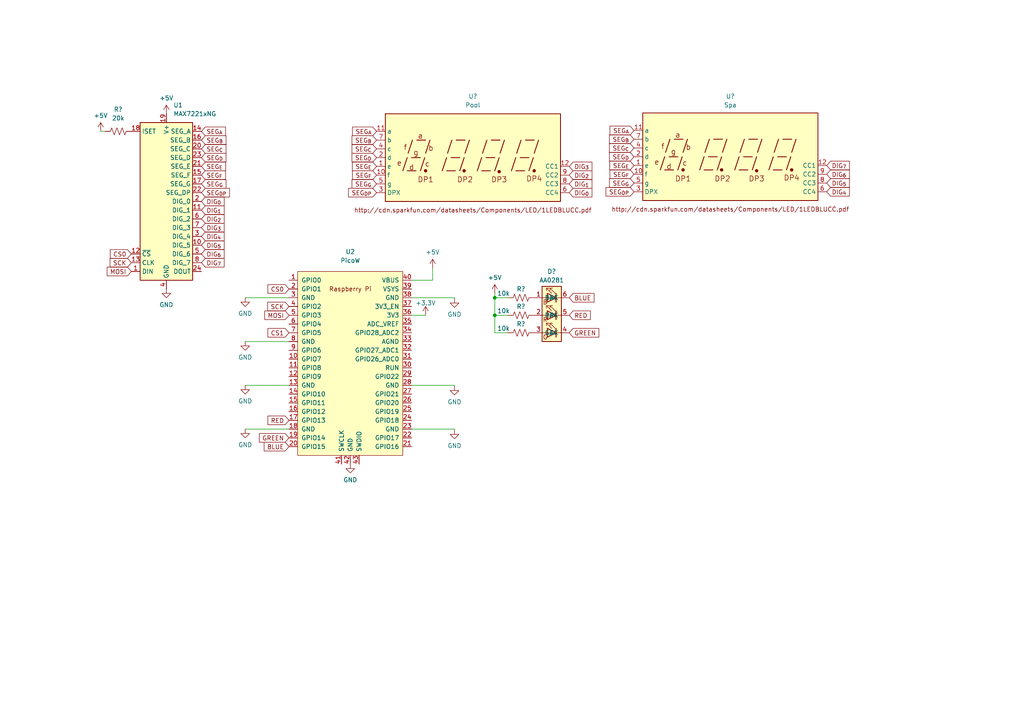
<source format=kicad_sch>
(kicad_sch (version 20211123) (generator eeschema)

  (uuid cc2826e7-f7d9-4d83-a653-cf9debf62945)

  (paper "A4")

  (lib_symbols
    (symbol "Device:R_US" (pin_numbers hide) (pin_names (offset 0)) (in_bom yes) (on_board yes)
      (property "Reference" "R" (id 0) (at 2.54 0 90)
        (effects (font (size 1.27 1.27)))
      )
      (property "Value" "R_US" (id 1) (at -2.54 0 90)
        (effects (font (size 1.27 1.27)))
      )
      (property "Footprint" "" (id 2) (at 1.016 -0.254 90)
        (effects (font (size 1.27 1.27)) hide)
      )
      (property "Datasheet" "~" (id 3) (at 0 0 0)
        (effects (font (size 1.27 1.27)) hide)
      )
      (property "ki_keywords" "R res resistor" (id 4) (at 0 0 0)
        (effects (font (size 1.27 1.27)) hide)
      )
      (property "ki_description" "Resistor, US symbol" (id 5) (at 0 0 0)
        (effects (font (size 1.27 1.27)) hide)
      )
      (property "ki_fp_filters" "R_*" (id 6) (at 0 0 0)
        (effects (font (size 1.27 1.27)) hide)
      )
      (symbol "R_US_0_1"
        (polyline
          (pts
            (xy 0 -2.286)
            (xy 0 -2.54)
          )
          (stroke (width 0) (type default) (color 0 0 0 0))
          (fill (type none))
        )
        (polyline
          (pts
            (xy 0 2.286)
            (xy 0 2.54)
          )
          (stroke (width 0) (type default) (color 0 0 0 0))
          (fill (type none))
        )
        (polyline
          (pts
            (xy 0 -0.762)
            (xy 1.016 -1.143)
            (xy 0 -1.524)
            (xy -1.016 -1.905)
            (xy 0 -2.286)
          )
          (stroke (width 0) (type default) (color 0 0 0 0))
          (fill (type none))
        )
        (polyline
          (pts
            (xy 0 0.762)
            (xy 1.016 0.381)
            (xy 0 0)
            (xy -1.016 -0.381)
            (xy 0 -0.762)
          )
          (stroke (width 0) (type default) (color 0 0 0 0))
          (fill (type none))
        )
        (polyline
          (pts
            (xy 0 2.286)
            (xy 1.016 1.905)
            (xy 0 1.524)
            (xy -1.016 1.143)
            (xy 0 0.762)
          )
          (stroke (width 0) (type default) (color 0 0 0 0))
          (fill (type none))
        )
      )
      (symbol "R_US_1_1"
        (pin passive line (at 0 3.81 270) (length 1.27)
          (name "~" (effects (font (size 1.27 1.27))))
          (number "1" (effects (font (size 1.27 1.27))))
        )
        (pin passive line (at 0 -3.81 90) (length 1.27)
          (name "~" (effects (font (size 1.27 1.27))))
          (number "2" (effects (font (size 1.27 1.27))))
        )
      )
    )
    (symbol "Driver_LED:MAX7221xNG" (in_bom yes) (on_board yes)
      (property "Reference" "U" (id 0) (at -6.35 24.13 0)
        (effects (font (size 1.27 1.27)) (justify left bottom))
      )
      (property "Value" "MAX7221xNG" (id 1) (at 1.27 25.4 0)
        (effects (font (size 1.27 1.27)) (justify left top))
      )
      (property "Footprint" "Package_DIP:DIP-24_W7.62mm" (id 2) (at -1.27 1.27 0)
        (effects (font (size 1.27 1.27)) hide)
      )
      (property "Datasheet" "https://datasheets.maximintegrated.com/en/ds/MAX7219-MAX7221.pdf" (id 3) (at 1.27 -3.81 0)
        (effects (font (size 1.27 1.27)) hide)
      )
      (property "ki_keywords" "spi qspi microwire" (id 4) (at 0 0 0)
        (effects (font (size 1.27 1.27)) hide)
      )
      (property "ki_description" "Serially Interfaced, 8-Digit LED Display Driver, PDIP-24" (id 5) (at 0 0 0)
        (effects (font (size 1.27 1.27)) hide)
      )
      (property "ki_fp_filters" "DIP*W7.62mm*" (id 6) (at 0 0 0)
        (effects (font (size 1.27 1.27)) hide)
      )
      (symbol "MAX7221xNG_0_1"
        (rectangle (start -7.62 22.86) (end 7.62 -22.86)
          (stroke (width 0.254) (type default) (color 0 0 0 0))
          (fill (type background))
        )
      )
      (symbol "MAX7221xNG_1_1"
        (pin input line (at -10.16 -20.32 0) (length 2.54)
          (name "DIN" (effects (font (size 1.27 1.27))))
          (number "1" (effects (font (size 1.27 1.27))))
        )
        (pin open_collector line (at 10.16 -12.7 180) (length 2.54)
          (name "DIG_5" (effects (font (size 1.27 1.27))))
          (number "10" (effects (font (size 1.27 1.27))))
        )
        (pin open_collector line (at 10.16 -2.54 180) (length 2.54)
          (name "DIG_1" (effects (font (size 1.27 1.27))))
          (number "11" (effects (font (size 1.27 1.27))))
        )
        (pin input line (at -10.16 -15.24 0) (length 2.54)
          (name "~{CS}" (effects (font (size 1.27 1.27))))
          (number "12" (effects (font (size 1.27 1.27))))
        )
        (pin input line (at -10.16 -17.78 0) (length 2.54)
          (name "CLK" (effects (font (size 1.27 1.27))))
          (number "13" (effects (font (size 1.27 1.27))))
        )
        (pin open_emitter line (at 10.16 20.32 180) (length 2.54)
          (name "SEG_A" (effects (font (size 1.27 1.27))))
          (number "14" (effects (font (size 1.27 1.27))))
        )
        (pin open_emitter line (at 10.16 7.62 180) (length 2.54)
          (name "SEG_F" (effects (font (size 1.27 1.27))))
          (number "15" (effects (font (size 1.27 1.27))))
        )
        (pin open_emitter line (at 10.16 17.78 180) (length 2.54)
          (name "SEG_B" (effects (font (size 1.27 1.27))))
          (number "16" (effects (font (size 1.27 1.27))))
        )
        (pin open_emitter line (at 10.16 5.08 180) (length 2.54)
          (name "SEG_G" (effects (font (size 1.27 1.27))))
          (number "17" (effects (font (size 1.27 1.27))))
        )
        (pin input line (at -10.16 20.32 0) (length 2.54)
          (name "ISET" (effects (font (size 1.27 1.27))))
          (number "18" (effects (font (size 1.27 1.27))))
        )
        (pin power_in line (at 0 25.4 270) (length 2.54)
          (name "V+" (effects (font (size 1.27 1.27))))
          (number "19" (effects (font (size 1.27 1.27))))
        )
        (pin open_collector line (at 10.16 0 180) (length 2.54)
          (name "DIG_0" (effects (font (size 1.27 1.27))))
          (number "2" (effects (font (size 1.27 1.27))))
        )
        (pin open_emitter line (at 10.16 15.24 180) (length 2.54)
          (name "SEG_C" (effects (font (size 1.27 1.27))))
          (number "20" (effects (font (size 1.27 1.27))))
        )
        (pin open_emitter line (at 10.16 10.16 180) (length 2.54)
          (name "SEG_E" (effects (font (size 1.27 1.27))))
          (number "21" (effects (font (size 1.27 1.27))))
        )
        (pin open_emitter line (at 10.16 2.54 180) (length 2.54)
          (name "SEG_DP" (effects (font (size 1.27 1.27))))
          (number "22" (effects (font (size 1.27 1.27))))
        )
        (pin open_emitter line (at 10.16 12.7 180) (length 2.54)
          (name "SEG_D" (effects (font (size 1.27 1.27))))
          (number "23" (effects (font (size 1.27 1.27))))
        )
        (pin output line (at 10.16 -20.32 180) (length 2.54)
          (name "DOUT" (effects (font (size 1.27 1.27))))
          (number "24" (effects (font (size 1.27 1.27))))
        )
        (pin open_collector line (at 10.16 -10.16 180) (length 2.54)
          (name "DIG_4" (effects (font (size 1.27 1.27))))
          (number "3" (effects (font (size 1.27 1.27))))
        )
        (pin power_in line (at 0 -25.4 90) (length 2.54)
          (name "GND" (effects (font (size 1.27 1.27))))
          (number "4" (effects (font (size 1.27 1.27))))
        )
        (pin open_collector line (at 10.16 -15.24 180) (length 2.54)
          (name "DIG_6" (effects (font (size 1.27 1.27))))
          (number "5" (effects (font (size 1.27 1.27))))
        )
        (pin open_collector line (at 10.16 -5.08 180) (length 2.54)
          (name "DIG_2" (effects (font (size 1.27 1.27))))
          (number "6" (effects (font (size 1.27 1.27))))
        )
        (pin open_collector line (at 10.16 -7.62 180) (length 2.54)
          (name "DIG_3" (effects (font (size 1.27 1.27))))
          (number "7" (effects (font (size 1.27 1.27))))
        )
        (pin open_collector line (at 10.16 -17.78 180) (length 2.54)
          (name "DIG_7" (effects (font (size 1.27 1.27))))
          (number "8" (effects (font (size 1.27 1.27))))
        )
        (pin passive line (at 0 -25.4 90) (length 2.54) hide
          (name "GND" (effects (font (size 1.27 1.27))))
          (number "9" (effects (font (size 1.27 1.27))))
        )
      )
    )
    (symbol "RGB_LED:AA0281" (in_bom yes) (on_board yes)
      (property "Reference" "D" (id 0) (at 0 11.43 0)
        (effects (font (size 1.27 1.27)))
      )
      (property "Value" "AA0281" (id 1) (at 0 9.525 0)
        (effects (font (size 1.27 1.27)))
      )
      (property "Footprint" "LED_SMD:LED_RGB_5050-6" (id 2) (at 0 -8.89 0)
        (effects (font (size 1.27 1.27)))
      )
      (property "Datasheet" "" (id 3) (at 0 0 0)
        (effects (font (size 1.27 1.27)) hide)
      )
      (symbol "AA0281_0_0"
        (text "B" (at -1.905 3.81 0)
          (effects (font (size 1.27 1.27)))
        )
        (text "G" (at -1.905 -6.35 0)
          (effects (font (size 1.27 1.27)))
        )
        (text "R" (at -1.905 -1.27 0)
          (effects (font (size 1.27 1.27)))
        )
      )
      (symbol "AA0281_0_1"
        (polyline
          (pts
            (xy -1.27 -5.08)
            (xy -2.54 -5.08)
          )
          (stroke (width 0) (type default) (color 0 0 0 0))
          (fill (type none))
        )
        (polyline
          (pts
            (xy -1.27 -5.08)
            (xy 1.27 -5.08)
          )
          (stroke (width 0) (type default) (color 0 0 0 0))
          (fill (type none))
        )
        (polyline
          (pts
            (xy -1.27 0)
            (xy -2.54 0)
          )
          (stroke (width 0) (type default) (color 0 0 0 0))
          (fill (type none))
        )
        (polyline
          (pts
            (xy -1.27 5.08)
            (xy -2.54 5.08)
          )
          (stroke (width 0) (type default) (color 0 0 0 0))
          (fill (type none))
        )
        (polyline
          (pts
            (xy -1.27 5.08)
            (xy 1.27 5.08)
          )
          (stroke (width 0) (type default) (color 0 0 0 0))
          (fill (type none))
        )
        (polyline
          (pts
            (xy 1.27 -5.08)
            (xy 2.54 -5.08)
          )
          (stroke (width 0) (type default) (color 0 0 0 0))
          (fill (type none))
        )
        (polyline
          (pts
            (xy 1.27 -3.81)
            (xy 1.27 -6.35)
          )
          (stroke (width 0.254) (type default) (color 0 0 0 0))
          (fill (type none))
        )
        (polyline
          (pts
            (xy 1.27 0)
            (xy -1.27 0)
          )
          (stroke (width 0) (type default) (color 0 0 0 0))
          (fill (type none))
        )
        (polyline
          (pts
            (xy 1.27 0)
            (xy 2.54 0)
          )
          (stroke (width 0) (type default) (color 0 0 0 0))
          (fill (type none))
        )
        (polyline
          (pts
            (xy 1.27 1.27)
            (xy 1.27 -1.27)
          )
          (stroke (width 0.254) (type default) (color 0 0 0 0))
          (fill (type none))
        )
        (polyline
          (pts
            (xy 1.27 5.08)
            (xy 2.54 5.08)
          )
          (stroke (width 0) (type default) (color 0 0 0 0))
          (fill (type none))
        )
        (polyline
          (pts
            (xy 1.27 6.35)
            (xy 1.27 3.81)
          )
          (stroke (width 0.254) (type default) (color 0 0 0 0))
          (fill (type none))
        )
        (polyline
          (pts
            (xy -1.27 1.27)
            (xy -1.27 -1.27)
            (xy -1.27 -1.27)
          )
          (stroke (width 0) (type default) (color 0 0 0 0))
          (fill (type none))
        )
        (polyline
          (pts
            (xy -1.27 6.35)
            (xy -1.27 3.81)
            (xy -1.27 3.81)
          )
          (stroke (width 0) (type default) (color 0 0 0 0))
          (fill (type none))
        )
        (polyline
          (pts
            (xy -1.27 -3.81)
            (xy -1.27 -6.35)
            (xy 1.27 -5.08)
            (xy -1.27 -3.81)
          )
          (stroke (width 0.254) (type default) (color 0 0 0 0))
          (fill (type none))
        )
        (polyline
          (pts
            (xy -1.27 1.27)
            (xy -1.27 -1.27)
            (xy 1.27 0)
            (xy -1.27 1.27)
          )
          (stroke (width 0.254) (type default) (color 0 0 0 0))
          (fill (type none))
        )
        (polyline
          (pts
            (xy -1.27 6.35)
            (xy -1.27 3.81)
            (xy 1.27 5.08)
            (xy -1.27 6.35)
          )
          (stroke (width 0.254) (type default) (color 0 0 0 0))
          (fill (type none))
        )
        (polyline
          (pts
            (xy 0 -3.81)
            (xy -1.524 -2.286)
            (xy -0.762 -2.286)
            (xy -1.524 -2.286)
            (xy -1.524 -3.048)
          )
          (stroke (width 0) (type default) (color 0 0 0 0))
          (fill (type none))
        )
        (polyline
          (pts
            (xy 0 1.27)
            (xy -1.524 2.794)
            (xy -0.762 2.794)
            (xy -1.524 2.794)
            (xy -1.524 2.032)
          )
          (stroke (width 0) (type default) (color 0 0 0 0))
          (fill (type none))
        )
        (polyline
          (pts
            (xy 0 6.35)
            (xy -1.524 7.874)
            (xy -0.762 7.874)
            (xy -1.524 7.874)
            (xy -1.524 7.112)
          )
          (stroke (width 0) (type default) (color 0 0 0 0))
          (fill (type none))
        )
        (polyline
          (pts
            (xy 1.016 -3.81)
            (xy -0.508 -2.286)
            (xy 0.254 -2.286)
            (xy -0.508 -2.286)
            (xy -0.508 -3.048)
          )
          (stroke (width 0) (type default) (color 0 0 0 0))
          (fill (type none))
        )
        (polyline
          (pts
            (xy 1.016 1.27)
            (xy -0.508 2.794)
            (xy 0.254 2.794)
            (xy -0.508 2.794)
            (xy -0.508 2.032)
          )
          (stroke (width 0) (type default) (color 0 0 0 0))
          (fill (type none))
        )
        (polyline
          (pts
            (xy 1.016 6.35)
            (xy -0.508 7.874)
            (xy 0.254 7.874)
            (xy -0.508 7.874)
            (xy -0.508 7.112)
          )
          (stroke (width 0) (type default) (color 0 0 0 0))
          (fill (type none))
        )
        (rectangle (start 1.27 -1.27) (end 1.27 1.27)
          (stroke (width 0) (type default) (color 0 0 0 0))
          (fill (type none))
        )
        (rectangle (start 1.27 1.27) (end 1.27 1.27)
          (stroke (width 0) (type default) (color 0 0 0 0))
          (fill (type none))
        )
        (rectangle (start 1.27 3.81) (end 1.27 6.35)
          (stroke (width 0) (type default) (color 0 0 0 0))
          (fill (type none))
        )
        (rectangle (start 1.27 6.35) (end 1.27 6.35)
          (stroke (width 0) (type default) (color 0 0 0 0))
          (fill (type none))
        )
        (rectangle (start 2.794 8.382) (end -2.794 -7.62)
          (stroke (width 0.254) (type default) (color 0 0 0 0))
          (fill (type background))
        )
      )
      (symbol "AA0281_1_1"
        (pin passive line (at -5.08 5.08 0) (length 2.54)
          (name "BA" (effects (font (size 1.27 1.27))))
          (number "1" (effects (font (size 1.27 1.27))))
        )
        (pin passive line (at -5.08 0 0) (length 2.54)
          (name "RA" (effects (font (size 1.27 1.27))))
          (number "2" (effects (font (size 1.27 1.27))))
        )
        (pin passive line (at -5.08 -5.08 0) (length 2.54)
          (name "GA" (effects (font (size 1.27 1.27))))
          (number "3" (effects (font (size 1.27 1.27))))
        )
        (pin passive line (at 5.08 -5.08 180) (length 2.54)
          (name "GK" (effects (font (size 1.27 1.27))))
          (number "4" (effects (font (size 1.27 1.27))))
        )
        (pin passive line (at 5.08 0 180) (length 2.54)
          (name "RK" (effects (font (size 1.27 1.27))))
          (number "5" (effects (font (size 1.27 1.27))))
        )
        (pin passive line (at 5.08 5.08 180) (length 2.54)
          (name "BK" (effects (font (size 1.27 1.27))))
          (number "6" (effects (font (size 1.27 1.27))))
        )
      )
    )
    (symbol "RPi_Pico:PicoW" (pin_names (offset 1.016)) (in_bom yes) (on_board yes)
      (property "Reference" "U" (id 0) (at -13.97 27.94 0)
        (effects (font (size 1.27 1.27)))
      )
      (property "Value" "PicoW" (id 1) (at 0 19.05 0)
        (effects (font (size 1.27 1.27)))
      )
      (property "Footprint" "RPi_Pico:RPi_PicoW_SMD_TH" (id 2) (at 0 0 90)
        (effects (font (size 1.27 1.27)) hide)
      )
      (property "Datasheet" "" (id 3) (at 0 0 0)
        (effects (font (size 1.27 1.27)) hide)
      )
      (symbol "PicoW_0_0"
        (text "Raspberry Pi" (at 0 21.59 0)
          (effects (font (size 1.27 1.27)))
        )
      )
      (symbol "PicoW_0_1"
        (rectangle (start -15.24 26.67) (end 15.24 -26.67)
          (stroke (width 0) (type default) (color 0 0 0 0))
          (fill (type background))
        )
      )
      (symbol "PicoW_1_1"
        (pin bidirectional line (at -17.78 24.13 0) (length 2.54)
          (name "GPIO0" (effects (font (size 1.27 1.27))))
          (number "1" (effects (font (size 1.27 1.27))))
        )
        (pin bidirectional line (at -17.78 1.27 0) (length 2.54)
          (name "GPIO7" (effects (font (size 1.27 1.27))))
          (number "10" (effects (font (size 1.27 1.27))))
        )
        (pin bidirectional line (at -17.78 -1.27 0) (length 2.54)
          (name "GPIO8" (effects (font (size 1.27 1.27))))
          (number "11" (effects (font (size 1.27 1.27))))
        )
        (pin bidirectional line (at -17.78 -3.81 0) (length 2.54)
          (name "GPIO9" (effects (font (size 1.27 1.27))))
          (number "12" (effects (font (size 1.27 1.27))))
        )
        (pin power_in line (at -17.78 -6.35 0) (length 2.54)
          (name "GND" (effects (font (size 1.27 1.27))))
          (number "13" (effects (font (size 1.27 1.27))))
        )
        (pin bidirectional line (at -17.78 -8.89 0) (length 2.54)
          (name "GPIO10" (effects (font (size 1.27 1.27))))
          (number "14" (effects (font (size 1.27 1.27))))
        )
        (pin bidirectional line (at -17.78 -11.43 0) (length 2.54)
          (name "GPIO11" (effects (font (size 1.27 1.27))))
          (number "15" (effects (font (size 1.27 1.27))))
        )
        (pin bidirectional line (at -17.78 -13.97 0) (length 2.54)
          (name "GPIO12" (effects (font (size 1.27 1.27))))
          (number "16" (effects (font (size 1.27 1.27))))
        )
        (pin bidirectional line (at -17.78 -16.51 0) (length 2.54)
          (name "GPIO13" (effects (font (size 1.27 1.27))))
          (number "17" (effects (font (size 1.27 1.27))))
        )
        (pin power_in line (at -17.78 -19.05 0) (length 2.54)
          (name "GND" (effects (font (size 1.27 1.27))))
          (number "18" (effects (font (size 1.27 1.27))))
        )
        (pin bidirectional line (at -17.78 -21.59 0) (length 2.54)
          (name "GPIO14" (effects (font (size 1.27 1.27))))
          (number "19" (effects (font (size 1.27 1.27))))
        )
        (pin bidirectional line (at -17.78 21.59 0) (length 2.54)
          (name "GPIO1" (effects (font (size 1.27 1.27))))
          (number "2" (effects (font (size 1.27 1.27))))
        )
        (pin bidirectional line (at -17.78 -24.13 0) (length 2.54)
          (name "GPIO15" (effects (font (size 1.27 1.27))))
          (number "20" (effects (font (size 1.27 1.27))))
        )
        (pin bidirectional line (at 17.78 -24.13 180) (length 2.54)
          (name "GPIO16" (effects (font (size 1.27 1.27))))
          (number "21" (effects (font (size 1.27 1.27))))
        )
        (pin bidirectional line (at 17.78 -21.59 180) (length 2.54)
          (name "GPIO17" (effects (font (size 1.27 1.27))))
          (number "22" (effects (font (size 1.27 1.27))))
        )
        (pin power_in line (at 17.78 -19.05 180) (length 2.54)
          (name "GND" (effects (font (size 1.27 1.27))))
          (number "23" (effects (font (size 1.27 1.27))))
        )
        (pin bidirectional line (at 17.78 -16.51 180) (length 2.54)
          (name "GPIO18" (effects (font (size 1.27 1.27))))
          (number "24" (effects (font (size 1.27 1.27))))
        )
        (pin bidirectional line (at 17.78 -13.97 180) (length 2.54)
          (name "GPIO19" (effects (font (size 1.27 1.27))))
          (number "25" (effects (font (size 1.27 1.27))))
        )
        (pin bidirectional line (at 17.78 -11.43 180) (length 2.54)
          (name "GPIO20" (effects (font (size 1.27 1.27))))
          (number "26" (effects (font (size 1.27 1.27))))
        )
        (pin bidirectional line (at 17.78 -8.89 180) (length 2.54)
          (name "GPIO21" (effects (font (size 1.27 1.27))))
          (number "27" (effects (font (size 1.27 1.27))))
        )
        (pin power_in line (at 17.78 -6.35 180) (length 2.54)
          (name "GND" (effects (font (size 1.27 1.27))))
          (number "28" (effects (font (size 1.27 1.27))))
        )
        (pin bidirectional line (at 17.78 -3.81 180) (length 2.54)
          (name "GPIO22" (effects (font (size 1.27 1.27))))
          (number "29" (effects (font (size 1.27 1.27))))
        )
        (pin power_in line (at -17.78 19.05 0) (length 2.54)
          (name "GND" (effects (font (size 1.27 1.27))))
          (number "3" (effects (font (size 1.27 1.27))))
        )
        (pin input line (at 17.78 -1.27 180) (length 2.54)
          (name "RUN" (effects (font (size 1.27 1.27))))
          (number "30" (effects (font (size 1.27 1.27))))
        )
        (pin bidirectional line (at 17.78 1.27 180) (length 2.54)
          (name "GPIO26_ADC0" (effects (font (size 1.27 1.27))))
          (number "31" (effects (font (size 1.27 1.27))))
        )
        (pin bidirectional line (at 17.78 3.81 180) (length 2.54)
          (name "GPIO27_ADC1" (effects (font (size 1.27 1.27))))
          (number "32" (effects (font (size 1.27 1.27))))
        )
        (pin power_in line (at 17.78 6.35 180) (length 2.54)
          (name "AGND" (effects (font (size 1.27 1.27))))
          (number "33" (effects (font (size 1.27 1.27))))
        )
        (pin bidirectional line (at 17.78 8.89 180) (length 2.54)
          (name "GPIO28_ADC2" (effects (font (size 1.27 1.27))))
          (number "34" (effects (font (size 1.27 1.27))))
        )
        (pin unspecified line (at 17.78 11.43 180) (length 2.54)
          (name "ADC_VREF" (effects (font (size 1.27 1.27))))
          (number "35" (effects (font (size 1.27 1.27))))
        )
        (pin unspecified line (at 17.78 13.97 180) (length 2.54)
          (name "3V3" (effects (font (size 1.27 1.27))))
          (number "36" (effects (font (size 1.27 1.27))))
        )
        (pin input line (at 17.78 16.51 180) (length 2.54)
          (name "3V3_EN" (effects (font (size 1.27 1.27))))
          (number "37" (effects (font (size 1.27 1.27))))
        )
        (pin bidirectional line (at 17.78 19.05 180) (length 2.54)
          (name "GND" (effects (font (size 1.27 1.27))))
          (number "38" (effects (font (size 1.27 1.27))))
        )
        (pin unspecified line (at 17.78 21.59 180) (length 2.54)
          (name "VSYS" (effects (font (size 1.27 1.27))))
          (number "39" (effects (font (size 1.27 1.27))))
        )
        (pin bidirectional line (at -17.78 16.51 0) (length 2.54)
          (name "GPIO2" (effects (font (size 1.27 1.27))))
          (number "4" (effects (font (size 1.27 1.27))))
        )
        (pin unspecified line (at 17.78 24.13 180) (length 2.54)
          (name "VBUS" (effects (font (size 1.27 1.27))))
          (number "40" (effects (font (size 1.27 1.27))))
        )
        (pin input line (at -2.54 -29.21 90) (length 2.54)
          (name "SWCLK" (effects (font (size 1.27 1.27))))
          (number "41" (effects (font (size 1.27 1.27))))
        )
        (pin power_in line (at 0 -29.21 90) (length 2.54)
          (name "GND" (effects (font (size 1.27 1.27))))
          (number "42" (effects (font (size 1.27 1.27))))
        )
        (pin bidirectional line (at 2.54 -29.21 90) (length 2.54)
          (name "SWDIO" (effects (font (size 1.27 1.27))))
          (number "43" (effects (font (size 1.27 1.27))))
        )
        (pin bidirectional line (at -17.78 13.97 0) (length 2.54)
          (name "GPIO3" (effects (font (size 1.27 1.27))))
          (number "5" (effects (font (size 1.27 1.27))))
        )
        (pin bidirectional line (at -17.78 11.43 0) (length 2.54)
          (name "GPIO4" (effects (font (size 1.27 1.27))))
          (number "6" (effects (font (size 1.27 1.27))))
        )
        (pin bidirectional line (at -17.78 8.89 0) (length 2.54)
          (name "GPIO5" (effects (font (size 1.27 1.27))))
          (number "7" (effects (font (size 1.27 1.27))))
        )
        (pin power_in line (at -17.78 6.35 0) (length 2.54)
          (name "GND" (effects (font (size 1.27 1.27))))
          (number "8" (effects (font (size 1.27 1.27))))
        )
        (pin bidirectional line (at -17.78 3.81 0) (length 2.54)
          (name "GPIO6" (effects (font (size 1.27 1.27))))
          (number "9" (effects (font (size 1.27 1.27))))
        )
      )
    )
    (symbol "power:+3.3V" (power) (pin_names (offset 0)) (in_bom yes) (on_board yes)
      (property "Reference" "#PWR" (id 0) (at 0 -3.81 0)
        (effects (font (size 1.27 1.27)) hide)
      )
      (property "Value" "+3.3V" (id 1) (at 0 3.556 0)
        (effects (font (size 1.27 1.27)))
      )
      (property "Footprint" "" (id 2) (at 0 0 0)
        (effects (font (size 1.27 1.27)) hide)
      )
      (property "Datasheet" "" (id 3) (at 0 0 0)
        (effects (font (size 1.27 1.27)) hide)
      )
      (property "ki_keywords" "global power" (id 4) (at 0 0 0)
        (effects (font (size 1.27 1.27)) hide)
      )
      (property "ki_description" "Power symbol creates a global label with name \"+3.3V\"" (id 5) (at 0 0 0)
        (effects (font (size 1.27 1.27)) hide)
      )
      (symbol "+3.3V_0_1"
        (polyline
          (pts
            (xy -0.762 1.27)
            (xy 0 2.54)
          )
          (stroke (width 0) (type default) (color 0 0 0 0))
          (fill (type none))
        )
        (polyline
          (pts
            (xy 0 0)
            (xy 0 2.54)
          )
          (stroke (width 0) (type default) (color 0 0 0 0))
          (fill (type none))
        )
        (polyline
          (pts
            (xy 0 2.54)
            (xy 0.762 1.27)
          )
          (stroke (width 0) (type default) (color 0 0 0 0))
          (fill (type none))
        )
      )
      (symbol "+3.3V_1_1"
        (pin power_in line (at 0 0 90) (length 0) hide
          (name "+3.3V" (effects (font (size 1.27 1.27))))
          (number "1" (effects (font (size 1.27 1.27))))
        )
      )
    )
    (symbol "power:+5V" (power) (pin_names (offset 0)) (in_bom yes) (on_board yes)
      (property "Reference" "#PWR" (id 0) (at 0 -3.81 0)
        (effects (font (size 1.27 1.27)) hide)
      )
      (property "Value" "+5V" (id 1) (at 0 3.556 0)
        (effects (font (size 1.27 1.27)))
      )
      (property "Footprint" "" (id 2) (at 0 0 0)
        (effects (font (size 1.27 1.27)) hide)
      )
      (property "Datasheet" "" (id 3) (at 0 0 0)
        (effects (font (size 1.27 1.27)) hide)
      )
      (property "ki_keywords" "global power" (id 4) (at 0 0 0)
        (effects (font (size 1.27 1.27)) hide)
      )
      (property "ki_description" "Power symbol creates a global label with name \"+5V\"" (id 5) (at 0 0 0)
        (effects (font (size 1.27 1.27)) hide)
      )
      (symbol "+5V_0_1"
        (polyline
          (pts
            (xy -0.762 1.27)
            (xy 0 2.54)
          )
          (stroke (width 0) (type default) (color 0 0 0 0))
          (fill (type none))
        )
        (polyline
          (pts
            (xy 0 0)
            (xy 0 2.54)
          )
          (stroke (width 0) (type default) (color 0 0 0 0))
          (fill (type none))
        )
        (polyline
          (pts
            (xy 0 2.54)
            (xy 0.762 1.27)
          )
          (stroke (width 0) (type default) (color 0 0 0 0))
          (fill (type none))
        )
      )
      (symbol "+5V_1_1"
        (pin power_in line (at 0 0 90) (length 0) hide
          (name "+5V" (effects (font (size 1.27 1.27))))
          (number "1" (effects (font (size 1.27 1.27))))
        )
      )
    )
    (symbol "power:GND" (power) (pin_names (offset 0)) (in_bom yes) (on_board yes)
      (property "Reference" "#PWR" (id 0) (at 0 -6.35 0)
        (effects (font (size 1.27 1.27)) hide)
      )
      (property "Value" "GND" (id 1) (at 0 -3.81 0)
        (effects (font (size 1.27 1.27)))
      )
      (property "Footprint" "" (id 2) (at 0 0 0)
        (effects (font (size 1.27 1.27)) hide)
      )
      (property "Datasheet" "" (id 3) (at 0 0 0)
        (effects (font (size 1.27 1.27)) hide)
      )
      (property "ki_keywords" "global power" (id 4) (at 0 0 0)
        (effects (font (size 1.27 1.27)) hide)
      )
      (property "ki_description" "Power symbol creates a global label with name \"GND\" , ground" (id 5) (at 0 0 0)
        (effects (font (size 1.27 1.27)) hide)
      )
      (symbol "GND_0_1"
        (polyline
          (pts
            (xy 0 0)
            (xy 0 -1.27)
            (xy 1.27 -1.27)
            (xy 0 -2.54)
            (xy -1.27 -1.27)
            (xy 0 -1.27)
          )
          (stroke (width 0) (type default) (color 0 0 0 0))
          (fill (type none))
        )
      )
      (symbol "GND_1_1"
        (pin power_in line (at 0 0 270) (length 0) hide
          (name "GND" (effects (font (size 1.27 1.27))))
          (number "1" (effects (font (size 1.27 1.27))))
        )
      )
    )
    (symbol "seven_segment:ATA8041AB" (in_bom yes) (on_board yes)
      (property "Reference" "U" (id 0) (at -24.13 13.97 0)
        (effects (font (size 1.27 1.27)))
      )
      (property "Value" "ATA8041AB" (id 1) (at 20.32 13.97 0)
        (effects (font (size 1.27 1.27)))
      )
      (property "Footprint" "" (id 2) (at -5.08 11.43 0)
        (effects (font (size 1.27 1.27)) hide)
      )
      (property "Datasheet" "" (id 3) (at -5.08 11.43 0)
        (effects (font (size 1.27 1.27)) hide)
      )
      (symbol "ATA8041AB_0_0"
        (rectangle (start -25.4 12.7) (end 25.4 -12.7)
          (stroke (width 0.254) (type default) (color 0 0 0 0))
          (fill (type background))
        )
        (polyline
          (pts
            (xy -20.32 -3.81)
            (xy -19.05 0)
          )
          (stroke (width 0.254) (type default) (color 0 0 0 0))
          (fill (type none))
        )
        (polyline
          (pts
            (xy -19.05 -3.81)
            (xy -16.51 -3.81)
          )
          (stroke (width 0.254) (type default) (color 0 0 0 0))
          (fill (type none))
        )
        (polyline
          (pts
            (xy -18.796 1.27)
            (xy -17.526 5.08)
          )
          (stroke (width 0.254) (type default) (color 0 0 0 0))
          (fill (type none))
        )
        (polyline
          (pts
            (xy -17.78 0)
            (xy -15.24 0)
          )
          (stroke (width 0.254) (type default) (color 0 0 0 0))
          (fill (type none))
        )
        (polyline
          (pts
            (xy -16.256 5.08)
            (xy -13.716 5.08)
          )
          (stroke (width 0.254) (type default) (color 0 0 0 0))
          (fill (type none))
        )
        (polyline
          (pts
            (xy -15.24 -3.81)
            (xy -13.97 0)
          )
          (stroke (width 0.254) (type default) (color 0 0 0 0))
          (fill (type none))
        )
        (polyline
          (pts
            (xy -13.716 1.27)
            (xy -12.446 5.08)
          )
          (stroke (width 0.254) (type default) (color 0 0 0 0))
          (fill (type none))
        )
        (polyline
          (pts
            (xy -8.89 -3.81)
            (xy -7.62 0)
          )
          (stroke (width 0.254) (type default) (color 0 0 0 0))
          (fill (type none))
        )
        (polyline
          (pts
            (xy -7.62 -3.81)
            (xy -5.08 -3.81)
          )
          (stroke (width 0.254) (type default) (color 0 0 0 0))
          (fill (type none))
        )
        (polyline
          (pts
            (xy -7.366 1.27)
            (xy -6.096 5.08)
          )
          (stroke (width 0.254) (type default) (color 0 0 0 0))
          (fill (type none))
        )
        (polyline
          (pts
            (xy -6.35 0)
            (xy -3.81 0)
          )
          (stroke (width 0.254) (type default) (color 0 0 0 0))
          (fill (type none))
        )
        (polyline
          (pts
            (xy -4.826 5.08)
            (xy -2.286 5.08)
          )
          (stroke (width 0.254) (type default) (color 0 0 0 0))
          (fill (type none))
        )
        (polyline
          (pts
            (xy -3.81 -3.81)
            (xy -2.54 0)
          )
          (stroke (width 0.254) (type default) (color 0 0 0 0))
          (fill (type none))
        )
        (polyline
          (pts
            (xy -2.286 1.27)
            (xy -1.016 5.08)
          )
          (stroke (width 0.254) (type default) (color 0 0 0 0))
          (fill (type none))
        )
        (polyline
          (pts
            (xy 1.27 -3.81)
            (xy 2.54 0)
          )
          (stroke (width 0.254) (type default) (color 0 0 0 0))
          (fill (type none))
        )
        (polyline
          (pts
            (xy 2.54 -3.81)
            (xy 5.08 -3.81)
          )
          (stroke (width 0.254) (type default) (color 0 0 0 0))
          (fill (type none))
        )
        (polyline
          (pts
            (xy 2.794 1.27)
            (xy 4.064 5.08)
          )
          (stroke (width 0.254) (type default) (color 0 0 0 0))
          (fill (type none))
        )
        (polyline
          (pts
            (xy 3.81 0)
            (xy 6.35 0)
          )
          (stroke (width 0.254) (type default) (color 0 0 0 0))
          (fill (type none))
        )
        (polyline
          (pts
            (xy 5.334 5.08)
            (xy 7.874 5.08)
          )
          (stroke (width 0.254) (type default) (color 0 0 0 0))
          (fill (type none))
        )
        (polyline
          (pts
            (xy 6.35 -3.81)
            (xy 7.62 0)
          )
          (stroke (width 0.254) (type default) (color 0 0 0 0))
          (fill (type none))
        )
        (polyline
          (pts
            (xy 7.874 1.27)
            (xy 9.144 5.08)
          )
          (stroke (width 0.254) (type default) (color 0 0 0 0))
          (fill (type none))
        )
        (polyline
          (pts
            (xy 11.176 -3.81)
            (xy 12.446 0)
          )
          (stroke (width 0.254) (type default) (color 0 0 0 0))
          (fill (type none))
        )
        (polyline
          (pts
            (xy 12.446 -3.81)
            (xy 14.986 -3.81)
          )
          (stroke (width 0.254) (type default) (color 0 0 0 0))
          (fill (type none))
        )
        (polyline
          (pts
            (xy 12.7 1.27)
            (xy 13.97 5.08)
          )
          (stroke (width 0.254) (type default) (color 0 0 0 0))
          (fill (type none))
        )
        (polyline
          (pts
            (xy 13.716 0)
            (xy 16.256 0)
          )
          (stroke (width 0.254) (type default) (color 0 0 0 0))
          (fill (type none))
        )
        (polyline
          (pts
            (xy 15.24 5.08)
            (xy 17.78 5.08)
          )
          (stroke (width 0.254) (type default) (color 0 0 0 0))
          (fill (type none))
        )
        (polyline
          (pts
            (xy 16.256 -3.81)
            (xy 17.526 0)
          )
          (stroke (width 0.254) (type default) (color 0 0 0 0))
          (fill (type none))
        )
        (polyline
          (pts
            (xy 17.78 1.27)
            (xy 19.05 5.08)
          )
          (stroke (width 0.254) (type default) (color 0 0 0 0))
          (fill (type none))
        )
        (text "a" (at -15.24 6.35 0)
          (effects (font (size 1.524 1.524)))
        )
        (text "b" (at -12.192 2.794 0)
          (effects (font (size 1.524 1.524)))
        )
        (text "c" (at -13.208 -1.778 0)
          (effects (font (size 1.524 1.524)))
        )
        (text "d" (at -17.78 -2.794 0)
          (effects (font (size 1.524 1.524)))
        )
        (text "DP1" (at -13.716 -6.35 0)
          (effects (font (size 1.524 1.524)))
        )
        (text "DP2" (at -2.286 -6.35 0)
          (effects (font (size 1.524 1.524)))
        )
        (text "DP3" (at 7.62 -6.35 0)
          (effects (font (size 1.524 1.524)))
        )
        (text "DP4" (at 17.78 -6.096 0)
          (effects (font (size 1.524 1.524)))
        )
        (text "e" (at -21.336 -1.524 0)
          (effects (font (size 1.524 1.524)))
        )
        (text "f" (at -19.558 3.048 0)
          (effects (font (size 1.524 1.524)))
        )
        (text "g" (at -16.51 1.524 0)
          (effects (font (size 1.524 1.524)))
        )
        (text "http://cdn.sparkfun.com/datasheets/Components/LED/1LEDBLUCC.pdf" (at 0 -15.24 0)
          (effects (font (size 1.27 1.27)))
        )
      )
      (symbol "ATA8041AB_0_1"
        (circle (center -13.716 -3.81) (radius 0.3556)
          (stroke (width 0.254) (type default) (color 0 0 0 0))
          (fill (type outline))
        )
        (circle (center -2.54 -3.81) (radius 0.3556)
          (stroke (width 0.254) (type default) (color 0 0 0 0))
          (fill (type outline))
        )
      )
      (symbol "ATA8041AB_1_0"
        (circle (center 7.62 -4.064) (radius 0.3556)
          (stroke (width 0.254) (type default) (color 0 0 0 0))
          (fill (type outline))
        )
        (circle (center 17.78 -3.81) (radius 0.3556)
          (stroke (width 0.254) (type default) (color 0 0 0 0))
          (fill (type outline))
        )
      )
      (symbol "ATA8041AB_1_1"
        (pin input line (at -27.94 -2.54 0) (length 2.54)
          (name "e" (effects (font (size 1.27 1.27))))
          (number "1" (effects (font (size 1.27 1.27))))
        )
        (pin input line (at -27.94 -5.08 0) (length 2.54)
          (name "f" (effects (font (size 1.27 1.27))))
          (number "10" (effects (font (size 1.27 1.27))))
        )
        (pin input line (at -27.94 7.62 0) (length 2.54)
          (name "a" (effects (font (size 1.27 1.27))))
          (number "11" (effects (font (size 1.27 1.27))))
        )
        (pin input line (at 27.94 -2.54 180) (length 2.54)
          (name "CC1" (effects (font (size 1.27 1.27))))
          (number "12" (effects (font (size 1.27 1.27))))
        )
        (pin input line (at -27.94 0 0) (length 2.54)
          (name "d" (effects (font (size 1.27 1.27))))
          (number "2" (effects (font (size 1.27 1.27))))
        )
        (pin input line (at -27.94 -10.16 0) (length 2.54)
          (name "DPX" (effects (font (size 1.27 1.27))))
          (number "3" (effects (font (size 1.27 1.27))))
        )
        (pin input line (at -27.94 2.54 0) (length 2.54)
          (name "c" (effects (font (size 1.27 1.27))))
          (number "4" (effects (font (size 1.27 1.27))))
        )
        (pin input line (at -27.94 -7.62 0) (length 2.54)
          (name "g" (effects (font (size 1.27 1.27))))
          (number "5" (effects (font (size 1.27 1.27))))
        )
        (pin input line (at 27.94 -10.16 180) (length 2.54)
          (name "CC4" (effects (font (size 1.27 1.27))))
          (number "6" (effects (font (size 1.27 1.27))))
        )
        (pin input line (at -27.94 5.08 0) (length 2.54)
          (name "b" (effects (font (size 1.27 1.27))))
          (number "7" (effects (font (size 1.27 1.27))))
        )
        (pin input line (at 27.94 -7.62 180) (length 2.54)
          (name "CC3" (effects (font (size 1.27 1.27))))
          (number "8" (effects (font (size 1.27 1.27))))
        )
        (pin input line (at 27.94 -5.08 180) (length 2.54)
          (name "CC2" (effects (font (size 1.27 1.27))))
          (number "9" (effects (font (size 1.27 1.27))))
        )
      )
    )
  )

  (junction (at 143.51 91.44) (diameter 0) (color 0 0 0 0)
    (uuid 4b6e814a-d5f7-4b41-9bde-4cd69c55299c)
  )
  (junction (at 143.51 86.36) (diameter 0) (color 0 0 0 0)
    (uuid cd517299-1e76-4a32-baf0-e5ba2477b893)
  )

  (wire (pts (xy 125.476 81.28) (xy 119.38 81.28))
    (stroke (width 0) (type default) (color 0 0 0 0))
    (uuid 0df999cd-1207-447b-a956-6bef5fa12013)
  )
  (wire (pts (xy 143.51 91.44) (xy 147.32 91.44))
    (stroke (width 0) (type default) (color 0 0 0 0))
    (uuid 22b454a2-4cf3-4da2-b233-3230c74105ea)
  )
  (wire (pts (xy 71.12 124.46) (xy 83.82 124.46))
    (stroke (width 0) (type default) (color 0 0 0 0))
    (uuid 2dae63de-a1bf-43e6-aa0a-99798f579aa3)
  )
  (wire (pts (xy 143.51 85.09) (xy 143.51 86.36))
    (stroke (width 0) (type default) (color 0 0 0 0))
    (uuid 37316f4f-af82-489a-a4b5-bcbee6c98df5)
  )
  (wire (pts (xy 143.51 96.52) (xy 147.32 96.52))
    (stroke (width 0) (type default) (color 0 0 0 0))
    (uuid 421ab640-67c8-4fa2-b3ee-387aa162d61c)
  )
  (wire (pts (xy 29.21 38.1) (xy 30.48 38.1))
    (stroke (width 0) (type default) (color 0 0 0 0))
    (uuid 466cbc97-54b2-44b6-bb91-6caedcafd0d3)
  )
  (wire (pts (xy 143.51 86.36) (xy 143.51 91.44))
    (stroke (width 0) (type default) (color 0 0 0 0))
    (uuid 4d67fa99-e0b7-4092-9d4f-f35f45c9fe6a)
  )
  (wire (pts (xy 143.51 91.44) (xy 143.51 96.52))
    (stroke (width 0) (type default) (color 0 0 0 0))
    (uuid 527d6bc5-be29-4c94-b384-f54d9cd27617)
  )
  (wire (pts (xy 143.51 86.36) (xy 147.32 86.36))
    (stroke (width 0) (type default) (color 0 0 0 0))
    (uuid 5d9d2f45-0208-428c-b0d5-a4419ff36b68)
  )
  (wire (pts (xy 119.38 91.44) (xy 123.444 91.44))
    (stroke (width 0) (type default) (color 0 0 0 0))
    (uuid 605aaa3b-4ee6-4bbf-9b85-58bc8bdfd6a6)
  )
  (wire (pts (xy 131.826 86.36) (xy 131.826 86.614))
    (stroke (width 0) (type default) (color 0 0 0 0))
    (uuid 69f8cd9d-c375-4ee7-aa8d-b2f9d7c1ad05)
  )
  (wire (pts (xy 71.12 111.76) (xy 83.82 111.76))
    (stroke (width 0) (type default) (color 0 0 0 0))
    (uuid 6caf2928-bc88-4e78-8ea0-a6a1c347bddd)
  )
  (wire (pts (xy 131.826 124.46) (xy 131.826 124.714))
    (stroke (width 0) (type default) (color 0 0 0 0))
    (uuid 6d01194e-ce75-42ab-9be4-02ca82c79ef8)
  )
  (wire (pts (xy 131.826 111.76) (xy 131.826 112.014))
    (stroke (width 0) (type default) (color 0 0 0 0))
    (uuid 8e39702c-54a9-4dab-830a-663790e5958a)
  )
  (wire (pts (xy 125.476 77.724) (xy 125.476 81.28))
    (stroke (width 0) (type default) (color 0 0 0 0))
    (uuid 9e827535-5a60-4438-b8b0-c6e0df6bd4de)
  )
  (wire (pts (xy 71.12 99.06) (xy 83.82 99.06))
    (stroke (width 0) (type default) (color 0 0 0 0))
    (uuid a9a9a24a-bfe4-43d9-89f0-19ea750ad4ab)
  )
  (wire (pts (xy 119.38 86.36) (xy 131.826 86.36))
    (stroke (width 0) (type default) (color 0 0 0 0))
    (uuid b21dbd6b-4cfb-450c-84cc-d2db8bfa4a46)
  )
  (wire (pts (xy 71.12 86.36) (xy 83.82 86.36))
    (stroke (width 0) (type default) (color 0 0 0 0))
    (uuid c7e1166c-410b-4366-a430-7329e86c55d5)
  )
  (wire (pts (xy 119.38 111.76) (xy 131.826 111.76))
    (stroke (width 0) (type default) (color 0 0 0 0))
    (uuid ee8208ad-85af-4584-92fe-d3f4037df676)
  )
  (wire (pts (xy 119.38 124.46) (xy 131.826 124.46))
    (stroke (width 0) (type default) (color 0 0 0 0))
    (uuid f1f8af0b-2dda-4b5d-8d86-6fe4d37e90ea)
  )

  (global_label "DIG_{6}" (shape input) (at 58.42 73.66 0) (fields_autoplaced)
    (effects (font (size 1.27 1.27)) (justify left))
    (uuid 02f324f1-a82f-4b47-940f-5ea222424137)
    (property "Intersheet References" "${INTERSHEET_REFS}" (id 0) (at 64.9455 73.5806 0)
      (effects (font (size 1.27 1.27)) (justify left) hide)
    )
  )
  (global_label "SEG_{B}" (shape input) (at 183.896 40.386 180) (fields_autoplaced)
    (effects (font (size 1.27 1.27)) (justify right))
    (uuid 03997a3a-05b9-4489-9eee-6319ce8f9fe9)
    (property "Intersheet References" "${INTERSHEET_REFS}" (id 0) (at 176.8383 40.3066 0)
      (effects (font (size 1.27 1.27)) (justify right) hide)
    )
  )
  (global_label "SCK" (shape input) (at 83.82 88.9 180) (fields_autoplaced)
    (effects (font (size 1.27 1.27)) (justify right))
    (uuid 0da8f244-50d6-4fcb-9d95-b3b5ea50dfb7)
    (property "Intersheet References" "${INTERSHEET_REFS}" (id 0) (at 77.6574 88.8206 0)
      (effects (font (size 1.27 1.27)) (justify right) hide)
    )
  )
  (global_label "SEG_{G}" (shape input) (at 183.896 53.086 180) (fields_autoplaced)
    (effects (font (size 1.27 1.27)) (justify right))
    (uuid 111e80dc-6443-4cb6-8658-f4eb788caf7e)
    (property "Intersheet References" "${INTERSHEET_REFS}" (id 0) (at 176.8383 53.0066 0)
      (effects (font (size 1.27 1.27)) (justify right) hide)
    )
  )
  (global_label "DIG_{0}" (shape input) (at 165.1 55.88 0) (fields_autoplaced)
    (effects (font (size 1.27 1.27)) (justify left))
    (uuid 159b68a5-ee39-4fce-91ea-0ad0f281bee1)
    (property "Intersheet References" "${INTERSHEET_REFS}" (id 0) (at 171.6255 55.8006 0)
      (effects (font (size 1.27 1.27)) (justify left) hide)
    )
  )
  (global_label "DIG_{4}" (shape input) (at 239.776 55.626 0) (fields_autoplaced)
    (effects (font (size 1.27 1.27)) (justify left))
    (uuid 19fbff2a-dccc-4ad6-afa9-7021954dad1b)
    (property "Intersheet References" "${INTERSHEET_REFS}" (id 0) (at 246.3015 55.7054 0)
      (effects (font (size 1.27 1.27)) (justify left) hide)
    )
  )
  (global_label "SEG_{G}" (shape input) (at 109.22 53.34 180) (fields_autoplaced)
    (effects (font (size 1.27 1.27)) (justify right))
    (uuid 1c7c9495-ecd0-4288-bd51-0ca54936abd8)
    (property "Intersheet References" "${INTERSHEET_REFS}" (id 0) (at 102.1623 53.2606 0)
      (effects (font (size 1.27 1.27)) (justify right) hide)
    )
  )
  (global_label "DIG_{5}" (shape input) (at 239.776 53.086 0) (fields_autoplaced)
    (effects (font (size 1.27 1.27)) (justify left))
    (uuid 1cee709c-4bcc-47d9-bb77-cdf7801b81ba)
    (property "Intersheet References" "${INTERSHEET_REFS}" (id 0) (at 246.3015 53.1654 0)
      (effects (font (size 1.27 1.27)) (justify left) hide)
    )
  )
  (global_label "CS0" (shape input) (at 83.82 83.82 180) (fields_autoplaced)
    (effects (font (size 1.27 1.27)) (justify right))
    (uuid 1d69cac8-7126-4ed1-99e5-68219ef06d14)
    (property "Intersheet References" "${INTERSHEET_REFS}" (id 0) (at 77.7179 83.7406 0)
      (effects (font (size 1.27 1.27)) (justify right) hide)
    )
  )
  (global_label "SEG_{D}" (shape input) (at 109.22 45.72 180) (fields_autoplaced)
    (effects (font (size 1.27 1.27)) (justify right))
    (uuid 256f1bbd-a767-4753-a1f3-e5a237594e15)
    (property "Intersheet References" "${INTERSHEET_REFS}" (id 0) (at 102.1623 45.6406 0)
      (effects (font (size 1.27 1.27)) (justify right) hide)
    )
  )
  (global_label "CS1" (shape input) (at 83.82 96.52 180) (fields_autoplaced)
    (effects (font (size 1.27 1.27)) (justify right))
    (uuid 25e9e025-e5bb-4615-b99a-6b9aa1b273b5)
    (property "Intersheet References" "${INTERSHEET_REFS}" (id 0) (at 77.7179 96.4406 0)
      (effects (font (size 1.27 1.27)) (justify right) hide)
    )
  )
  (global_label "DIG_{7}" (shape input) (at 239.776 48.006 0) (fields_autoplaced)
    (effects (font (size 1.27 1.27)) (justify left))
    (uuid 263d5106-7e3c-4f1e-ad16-89f861b90390)
    (property "Intersheet References" "${INTERSHEET_REFS}" (id 0) (at 246.3015 48.0854 0)
      (effects (font (size 1.27 1.27)) (justify left) hide)
    )
  )
  (global_label "SCK" (shape input) (at 38.1 76.2 180) (fields_autoplaced)
    (effects (font (size 1.27 1.27)) (justify right))
    (uuid 2ce41d4d-80fb-4811-a31a-f69edbec1166)
    (property "Intersheet References" "${INTERSHEET_REFS}" (id 0) (at 31.9374 76.1206 0)
      (effects (font (size 1.27 1.27)) (justify right) hide)
    )
  )
  (global_label "SEG_{B}" (shape input) (at 58.42 40.64 0) (fields_autoplaced)
    (effects (font (size 1.27 1.27)) (justify left))
    (uuid 33e859b2-d5bf-4678-8fde-b2893d8d1fe7)
    (property "Intersheet References" "${INTERSHEET_REFS}" (id 0) (at 65.4777 40.5606 0)
      (effects (font (size 1.27 1.27)) (justify left) hide)
    )
  )
  (global_label "DIG_{6}" (shape input) (at 239.776 50.546 0) (fields_autoplaced)
    (effects (font (size 1.27 1.27)) (justify left))
    (uuid 343075f3-ecd7-4ea8-babc-27e952a68cfc)
    (property "Intersheet References" "${INTERSHEET_REFS}" (id 0) (at 246.3015 50.6254 0)
      (effects (font (size 1.27 1.27)) (justify left) hide)
    )
  )
  (global_label "SEG_{C}" (shape input) (at 183.896 42.926 180) (fields_autoplaced)
    (effects (font (size 1.27 1.27)) (justify right))
    (uuid 3a94120c-4a3a-400f-a381-b8b517a82b88)
    (property "Intersheet References" "${INTERSHEET_REFS}" (id 0) (at 176.8383 42.8466 0)
      (effects (font (size 1.27 1.27)) (justify right) hide)
    )
  )
  (global_label "SEG_{C}" (shape input) (at 58.42 43.18 0) (fields_autoplaced)
    (effects (font (size 1.27 1.27)) (justify left))
    (uuid 3af157dc-69aa-475c-87b2-3f5a9f7a3144)
    (property "Intersheet References" "${INTERSHEET_REFS}" (id 0) (at 65.4777 43.1006 0)
      (effects (font (size 1.27 1.27)) (justify left) hide)
    )
  )
  (global_label "SEG_{D}" (shape input) (at 183.896 45.466 180) (fields_autoplaced)
    (effects (font (size 1.27 1.27)) (justify right))
    (uuid 40ca6eb4-8daf-43b1-8913-bedb5fe3178f)
    (property "Intersheet References" "${INTERSHEET_REFS}" (id 0) (at 176.8383 45.3866 0)
      (effects (font (size 1.27 1.27)) (justify right) hide)
    )
  )
  (global_label "SEG_{DP}" (shape input) (at 109.22 55.88 180) (fields_autoplaced)
    (effects (font (size 1.27 1.27)) (justify right))
    (uuid 432fe284-d1c4-4e41-8427-cccf63b03a00)
    (property "Intersheet References" "${INTERSHEET_REFS}" (id 0) (at 101.1463 55.8006 0)
      (effects (font (size 1.27 1.27)) (justify right) hide)
    )
  )
  (global_label "BLUE" (shape input) (at 83.82 129.54 180) (fields_autoplaced)
    (effects (font (size 1.27 1.27)) (justify right))
    (uuid 457106a0-9dad-4210-ae05-e6c85d5cffff)
    (property "Intersheet References" "${INTERSHEET_REFS}" (id 0) (at 76.6293 129.4606 0)
      (effects (font (size 1.27 1.27)) (justify right) hide)
    )
  )
  (global_label "SEG_{C}" (shape input) (at 109.22 43.18 180) (fields_autoplaced)
    (effects (font (size 1.27 1.27)) (justify right))
    (uuid 50752ddd-6baf-4dd0-b713-cade1aa0086f)
    (property "Intersheet References" "${INTERSHEET_REFS}" (id 0) (at 102.1623 43.1006 0)
      (effects (font (size 1.27 1.27)) (justify right) hide)
    )
  )
  (global_label "BLUE" (shape input) (at 165.1 86.36 0) (fields_autoplaced)
    (effects (font (size 1.27 1.27)) (justify left))
    (uuid 55157c19-41b8-4f37-973c-b8582f8002b0)
    (property "Intersheet References" "${INTERSHEET_REFS}" (id 0) (at 172.2907 86.2806 0)
      (effects (font (size 1.27 1.27)) (justify left) hide)
    )
  )
  (global_label "SEG_{A}" (shape input) (at 109.22 38.1 180) (fields_autoplaced)
    (effects (font (size 1.27 1.27)) (justify right))
    (uuid 5c25d952-7c40-4146-a3d5-a16571b557c7)
    (property "Intersheet References" "${INTERSHEET_REFS}" (id 0) (at 102.3075 38.0206 0)
      (effects (font (size 1.27 1.27)) (justify right) hide)
    )
  )
  (global_label "SEG_{G}" (shape input) (at 58.42 53.34 0) (fields_autoplaced)
    (effects (font (size 1.27 1.27)) (justify left))
    (uuid 6456d45b-7fde-470c-ba96-17d89477b71b)
    (property "Intersheet References" "${INTERSHEET_REFS}" (id 0) (at 65.4777 53.2606 0)
      (effects (font (size 1.27 1.27)) (justify left) hide)
    )
  )
  (global_label "SEG_{DP}" (shape input) (at 58.42 55.88 0) (fields_autoplaced)
    (effects (font (size 1.27 1.27)) (justify left))
    (uuid 6eef9d65-0d94-4353-9796-7e53775b8645)
    (property "Intersheet References" "${INTERSHEET_REFS}" (id 0) (at 66.4937 55.8006 0)
      (effects (font (size 1.27 1.27)) (justify left) hide)
    )
  )
  (global_label "DIG_{2}" (shape input) (at 165.1 50.8 0) (fields_autoplaced)
    (effects (font (size 1.27 1.27)) (justify left))
    (uuid 6f163f5d-b0e9-484b-bc81-252e46d9ef28)
    (property "Intersheet References" "${INTERSHEET_REFS}" (id 0) (at 171.6255 50.7206 0)
      (effects (font (size 1.27 1.27)) (justify left) hide)
    )
  )
  (global_label "DIG_{0}" (shape input) (at 58.42 58.42 0) (fields_autoplaced)
    (effects (font (size 1.27 1.27)) (justify left))
    (uuid 77179890-eff0-4ef9-93c0-c3781bd173c7)
    (property "Intersheet References" "${INTERSHEET_REFS}" (id 0) (at 64.9455 58.3406 0)
      (effects (font (size 1.27 1.27)) (justify left) hide)
    )
  )
  (global_label "MOSI" (shape input) (at 83.82 91.44 180) (fields_autoplaced)
    (effects (font (size 1.27 1.27)) (justify right))
    (uuid 77476455-8d3a-42ff-b299-c7f5c0efdd75)
    (property "Intersheet References" "${INTERSHEET_REFS}" (id 0) (at 76.8107 91.3606 0)
      (effects (font (size 1.27 1.27)) (justify right) hide)
    )
  )
  (global_label "SEG_{F}" (shape input) (at 109.22 50.8 180) (fields_autoplaced)
    (effects (font (size 1.27 1.27)) (justify right))
    (uuid 7b79ee9d-42b1-46cf-afb8-88e4ab186a69)
    (property "Intersheet References" "${INTERSHEET_REFS}" (id 0) (at 102.3075 50.7206 0)
      (effects (font (size 1.27 1.27)) (justify right) hide)
    )
  )
  (global_label "MOSI" (shape input) (at 38.1 78.74 180) (fields_autoplaced)
    (effects (font (size 1.27 1.27)) (justify right))
    (uuid 82c370d3-2f5d-4105-81fd-ab262c10855f)
    (property "Intersheet References" "${INTERSHEET_REFS}" (id 0) (at 31.0907 78.6606 0)
      (effects (font (size 1.27 1.27)) (justify right) hide)
    )
  )
  (global_label "SEG_{A}" (shape input) (at 58.42 38.1 0) (fields_autoplaced)
    (effects (font (size 1.27 1.27)) (justify left))
    (uuid 86b0c923-ce89-4a6f-81ed-111b2d36693d)
    (property "Intersheet References" "${INTERSHEET_REFS}" (id 0) (at 65.3325 38.0206 0)
      (effects (font (size 1.27 1.27)) (justify left) hide)
    )
  )
  (global_label "DIG_{1}" (shape input) (at 165.1 53.34 0) (fields_autoplaced)
    (effects (font (size 1.27 1.27)) (justify left))
    (uuid 8a6c6a1d-0c08-4e6f-9109-fb4d13d8b353)
    (property "Intersheet References" "${INTERSHEET_REFS}" (id 0) (at 171.6255 53.2606 0)
      (effects (font (size 1.27 1.27)) (justify left) hide)
    )
  )
  (global_label "GREEN" (shape input) (at 165.1 96.52 0) (fields_autoplaced)
    (effects (font (size 1.27 1.27)) (justify left))
    (uuid 8ccf23a3-d83f-4481-9fea-84785d027639)
    (property "Intersheet References" "${INTERSHEET_REFS}" (id 0) (at 173.6817 96.4406 0)
      (effects (font (size 1.27 1.27)) (justify left) hide)
    )
  )
  (global_label "DIG_{4}" (shape input) (at 58.42 68.58 0) (fields_autoplaced)
    (effects (font (size 1.27 1.27)) (justify left))
    (uuid 8fe02fbb-4077-43c3-9af1-0e65f5b6ebad)
    (property "Intersheet References" "${INTERSHEET_REFS}" (id 0) (at 64.9455 68.5006 0)
      (effects (font (size 1.27 1.27)) (justify left) hide)
    )
  )
  (global_label "SEG_{B}" (shape input) (at 109.22 40.64 180) (fields_autoplaced)
    (effects (font (size 1.27 1.27)) (justify right))
    (uuid 902067a5-8f0b-44a1-91b4-67ed0f63e5bc)
    (property "Intersheet References" "${INTERSHEET_REFS}" (id 0) (at 102.1623 40.5606 0)
      (effects (font (size 1.27 1.27)) (justify right) hide)
    )
  )
  (global_label "DIG_{5}" (shape input) (at 58.42 71.12 0) (fields_autoplaced)
    (effects (font (size 1.27 1.27)) (justify left))
    (uuid 940fa37b-5fde-46e3-805d-59bdc6dac514)
    (property "Intersheet References" "${INTERSHEET_REFS}" (id 0) (at 64.9455 71.0406 0)
      (effects (font (size 1.27 1.27)) (justify left) hide)
    )
  )
  (global_label "SEG_{F}" (shape input) (at 58.42 50.8 0) (fields_autoplaced)
    (effects (font (size 1.27 1.27)) (justify left))
    (uuid a2670e42-7837-4897-8c20-818fc09320e2)
    (property "Intersheet References" "${INTERSHEET_REFS}" (id 0) (at 65.3325 50.7206 0)
      (effects (font (size 1.27 1.27)) (justify left) hide)
    )
  )
  (global_label "SEG_{E}" (shape input) (at 183.896 48.006 180) (fields_autoplaced)
    (effects (font (size 1.27 1.27)) (justify right))
    (uuid a38b017e-87b1-4150-b642-7281caff5950)
    (property "Intersheet References" "${INTERSHEET_REFS}" (id 0) (at 176.9351 47.9266 0)
      (effects (font (size 1.27 1.27)) (justify right) hide)
    )
  )
  (global_label "SEG_{D}" (shape input) (at 58.42 45.72 0) (fields_autoplaced)
    (effects (font (size 1.27 1.27)) (justify left))
    (uuid a5145ced-a1ff-4caf-80f8-c61061b98d90)
    (property "Intersheet References" "${INTERSHEET_REFS}" (id 0) (at 65.4777 45.6406 0)
      (effects (font (size 1.27 1.27)) (justify left) hide)
    )
  )
  (global_label "SEG_{DP}" (shape input) (at 183.896 55.626 180) (fields_autoplaced)
    (effects (font (size 1.27 1.27)) (justify right))
    (uuid a76b3b99-16b7-4dcd-be79-cca09dc8405c)
    (property "Intersheet References" "${INTERSHEET_REFS}" (id 0) (at 175.8223 55.5466 0)
      (effects (font (size 1.27 1.27)) (justify right) hide)
    )
  )
  (global_label "SEG_{E}" (shape input) (at 109.22 48.26 180) (fields_autoplaced)
    (effects (font (size 1.27 1.27)) (justify right))
    (uuid ad1166cc-9fc3-43cc-8255-0de5c037e10f)
    (property "Intersheet References" "${INTERSHEET_REFS}" (id 0) (at 102.2591 48.1806 0)
      (effects (font (size 1.27 1.27)) (justify right) hide)
    )
  )
  (global_label "SEG_{A}" (shape input) (at 183.896 37.846 180) (fields_autoplaced)
    (effects (font (size 1.27 1.27)) (justify right))
    (uuid b3d4ae13-0837-41ff-8edc-cc8db201fa10)
    (property "Intersheet References" "${INTERSHEET_REFS}" (id 0) (at 176.9835 37.7666 0)
      (effects (font (size 1.27 1.27)) (justify right) hide)
    )
  )
  (global_label "RED" (shape input) (at 165.1 91.44 0) (fields_autoplaced)
    (effects (font (size 1.27 1.27)) (justify left))
    (uuid be81ac13-cf5b-4e7e-89e5-bd9978962108)
    (property "Intersheet References" "${INTERSHEET_REFS}" (id 0) (at 171.2021 91.3606 0)
      (effects (font (size 1.27 1.27)) (justify left) hide)
    )
  )
  (global_label "DIG_{3}" (shape input) (at 165.1 48.26 0) (fields_autoplaced)
    (effects (font (size 1.27 1.27)) (justify left))
    (uuid c62f43e7-49e3-470b-a6ca-6e1e0adfecec)
    (property "Intersheet References" "${INTERSHEET_REFS}" (id 0) (at 171.6255 48.1806 0)
      (effects (font (size 1.27 1.27)) (justify left) hide)
    )
  )
  (global_label "SEG_{F}" (shape input) (at 183.896 50.546 180) (fields_autoplaced)
    (effects (font (size 1.27 1.27)) (justify right))
    (uuid c8f7c569-d06e-4bad-b617-749b2b367831)
    (property "Intersheet References" "${INTERSHEET_REFS}" (id 0) (at 176.9835 50.4666 0)
      (effects (font (size 1.27 1.27)) (justify right) hide)
    )
  )
  (global_label "DIG_{3}" (shape input) (at 58.42 66.04 0) (fields_autoplaced)
    (effects (font (size 1.27 1.27)) (justify left))
    (uuid c9829dd9-e53f-4d14-aaef-324a8da7685a)
    (property "Intersheet References" "${INTERSHEET_REFS}" (id 0) (at 64.9455 65.9606 0)
      (effects (font (size 1.27 1.27)) (justify left) hide)
    )
  )
  (global_label "SEG_{E}" (shape input) (at 58.42 48.26 0) (fields_autoplaced)
    (effects (font (size 1.27 1.27)) (justify left))
    (uuid d6397aaf-868f-431f-80d9-79891a164375)
    (property "Intersheet References" "${INTERSHEET_REFS}" (id 0) (at 65.3809 48.1806 0)
      (effects (font (size 1.27 1.27)) (justify left) hide)
    )
  )
  (global_label "RED" (shape input) (at 83.82 121.92 180) (fields_autoplaced)
    (effects (font (size 1.27 1.27)) (justify right))
    (uuid d8f0ff7f-78e0-4915-92f8-451c5e273558)
    (property "Intersheet References" "${INTERSHEET_REFS}" (id 0) (at 77.7179 121.8406 0)
      (effects (font (size 1.27 1.27)) (justify right) hide)
    )
  )
  (global_label "DIG_{1}" (shape input) (at 58.42 60.96 0) (fields_autoplaced)
    (effects (font (size 1.27 1.27)) (justify left))
    (uuid e0f16f97-5b6a-4347-85bd-5580ef890aa2)
    (property "Intersheet References" "${INTERSHEET_REFS}" (id 0) (at 64.9455 60.8806 0)
      (effects (font (size 1.27 1.27)) (justify left) hide)
    )
  )
  (global_label "GREEN" (shape input) (at 83.82 127 180) (fields_autoplaced)
    (effects (font (size 1.27 1.27)) (justify right))
    (uuid e4f49532-2bae-427c-8007-e37ba2f73c88)
    (property "Intersheet References" "${INTERSHEET_REFS}" (id 0) (at 75.2383 126.9206 0)
      (effects (font (size 1.27 1.27)) (justify right) hide)
    )
  )
  (global_label "DIG_{7}" (shape input) (at 58.42 76.2 0) (fields_autoplaced)
    (effects (font (size 1.27 1.27)) (justify left))
    (uuid ebb61277-c02d-4f06-b702-9844e22610ab)
    (property "Intersheet References" "${INTERSHEET_REFS}" (id 0) (at 64.9455 76.1206 0)
      (effects (font (size 1.27 1.27)) (justify left) hide)
    )
  )
  (global_label "DIG_{2}" (shape input) (at 58.42 63.5 0) (fields_autoplaced)
    (effects (font (size 1.27 1.27)) (justify left))
    (uuid f668a634-bf15-449e-84ee-1a50e0afd6c4)
    (property "Intersheet References" "${INTERSHEET_REFS}" (id 0) (at 64.9455 63.4206 0)
      (effects (font (size 1.27 1.27)) (justify left) hide)
    )
  )
  (global_label "CS0" (shape input) (at 38.1 73.66 180) (fields_autoplaced)
    (effects (font (size 1.27 1.27)) (justify right))
    (uuid f9343787-e20f-4d7f-9f90-77b6053601d8)
    (property "Intersheet References" "${INTERSHEET_REFS}" (id 0) (at 31.9979 73.5806 0)
      (effects (font (size 1.27 1.27)) (justify right) hide)
    )
  )

  (symbol (lib_id "power:GND") (at 131.826 112.014 0) (unit 1)
    (in_bom yes) (on_board yes) (fields_autoplaced)
    (uuid 029e5c86-c7ef-4b2a-9678-6f59b398f561)
    (property "Reference" "#PWR?" (id 0) (at 131.826 118.364 0)
      (effects (font (size 1.27 1.27)) hide)
    )
    (property "Value" "GND" (id 1) (at 131.826 116.586 0))
    (property "Footprint" "" (id 2) (at 131.826 112.014 0)
      (effects (font (size 1.27 1.27)) hide)
    )
    (property "Datasheet" "" (id 3) (at 131.826 112.014 0)
      (effects (font (size 1.27 1.27)) hide)
    )
    (pin "1" (uuid 08130f78-2ab2-457a-9dc5-8aac7d40c2dc))
  )

  (symbol (lib_id "power:GND") (at 131.826 124.714 0) (unit 1)
    (in_bom yes) (on_board yes) (fields_autoplaced)
    (uuid 22b88b34-8add-432e-8898-245f6ab068e5)
    (property "Reference" "#PWR?" (id 0) (at 131.826 131.064 0)
      (effects (font (size 1.27 1.27)) hide)
    )
    (property "Value" "GND" (id 1) (at 131.826 129.286 0))
    (property "Footprint" "" (id 2) (at 131.826 124.714 0)
      (effects (font (size 1.27 1.27)) hide)
    )
    (property "Datasheet" "" (id 3) (at 131.826 124.714 0)
      (effects (font (size 1.27 1.27)) hide)
    )
    (pin "1" (uuid cdb6d0bd-cc38-491b-8be9-2f480364fc6c))
  )

  (symbol (lib_id "power:GND") (at 71.12 124.46 0) (unit 1)
    (in_bom yes) (on_board yes) (fields_autoplaced)
    (uuid 23bab606-cb5c-4b2c-a58e-dcfc131698e9)
    (property "Reference" "#PWR?" (id 0) (at 71.12 130.81 0)
      (effects (font (size 1.27 1.27)) hide)
    )
    (property "Value" "GND" (id 1) (at 71.12 129.032 0))
    (property "Footprint" "" (id 2) (at 71.12 124.46 0)
      (effects (font (size 1.27 1.27)) hide)
    )
    (property "Datasheet" "" (id 3) (at 71.12 124.46 0)
      (effects (font (size 1.27 1.27)) hide)
    )
    (pin "1" (uuid 999894ce-124a-46b6-9d03-1b76744d8a3d))
  )

  (symbol (lib_id "RGB_LED:AA0281") (at 160.02 91.44 0) (unit 1)
    (in_bom yes) (on_board yes)
    (uuid 31a6f4dd-9e1d-4a25-898e-8aabb01b24dc)
    (property "Reference" "D?" (id 0) (at 160.02 78.74 0))
    (property "Value" "AA0281" (id 1) (at 160.02 81.28 0))
    (property "Footprint" "LED_SMD:LED_RGB_5050-6" (id 2) (at 160.02 80.01 0)
      (effects (font (size 1.27 1.27)) hide)
    )
    (property "Datasheet" "" (id 3) (at 160.02 91.44 0)
      (effects (font (size 1.27 1.27)) hide)
    )
    (pin "1" (uuid a9defeb8-634a-45ee-b2f0-a77ec7b46a41))
    (pin "2" (uuid 87b4f1f3-ec65-48ee-aad3-5bd6a61e4796))
    (pin "3" (uuid f9329130-3b6a-4845-ad0f-471c3ced2197))
    (pin "4" (uuid ea646ed7-fb81-4a62-a7fa-61fe6e698ba9))
    (pin "5" (uuid 0edb20de-6df4-403e-a4a0-41bef531a4e7))
    (pin "6" (uuid c9e9c37b-f66f-4831-9cd7-244f27833be7))
  )

  (symbol (lib_id "power:GND") (at 71.12 99.06 0) (unit 1)
    (in_bom yes) (on_board yes) (fields_autoplaced)
    (uuid 31f3f2bc-fe46-46e5-83b8-abde4a95cb8d)
    (property "Reference" "#PWR?" (id 0) (at 71.12 105.41 0)
      (effects (font (size 1.27 1.27)) hide)
    )
    (property "Value" "GND" (id 1) (at 71.12 103.632 0))
    (property "Footprint" "" (id 2) (at 71.12 99.06 0)
      (effects (font (size 1.27 1.27)) hide)
    )
    (property "Datasheet" "" (id 3) (at 71.12 99.06 0)
      (effects (font (size 1.27 1.27)) hide)
    )
    (pin "1" (uuid 13d83a4f-a025-4d10-ab77-8dadd91c6b3d))
  )

  (symbol (lib_id "Device:R_US") (at 34.29 38.1 90) (unit 1)
    (in_bom yes) (on_board yes) (fields_autoplaced)
    (uuid 35184f82-3958-45d2-8361-36930c82ffcb)
    (property "Reference" "R?" (id 0) (at 34.29 31.75 90))
    (property "Value" "20k" (id 1) (at 34.29 34.29 90))
    (property "Footprint" "" (id 2) (at 34.544 37.084 90)
      (effects (font (size 1.27 1.27)) hide)
    )
    (property "Datasheet" "~" (id 3) (at 34.29 38.1 0)
      (effects (font (size 1.27 1.27)) hide)
    )
    (pin "1" (uuid 9948049b-91f2-461a-a86a-7f1e086a2f45))
    (pin "2" (uuid 891ce5a1-6be8-40a9-baae-e5d22cbd98f8))
  )

  (symbol (lib_id "power:GND") (at 131.826 86.614 0) (unit 1)
    (in_bom yes) (on_board yes) (fields_autoplaced)
    (uuid 39c4ee84-f649-4295-ae08-deb18e16d142)
    (property "Reference" "#PWR?" (id 0) (at 131.826 92.964 0)
      (effects (font (size 1.27 1.27)) hide)
    )
    (property "Value" "GND" (id 1) (at 131.826 91.186 0))
    (property "Footprint" "" (id 2) (at 131.826 86.614 0)
      (effects (font (size 1.27 1.27)) hide)
    )
    (property "Datasheet" "" (id 3) (at 131.826 86.614 0)
      (effects (font (size 1.27 1.27)) hide)
    )
    (pin "1" (uuid 30b1b96f-f5c9-4c2a-b449-f2e33fe0f4e8))
  )

  (symbol (lib_id "RPi_Pico:PicoW") (at 101.6 105.41 0) (unit 1)
    (in_bom yes) (on_board yes) (fields_autoplaced)
    (uuid 46bc89f9-531d-4eba-83ae-e7fdfa86da10)
    (property "Reference" "U2" (id 0) (at 101.6 73.025 0))
    (property "Value" "PicoW" (id 1) (at 101.6 75.565 0))
    (property "Footprint" "RPi_Pico:RPi_PicoW_SMD_TH" (id 2) (at 101.6 105.41 90)
      (effects (font (size 1.27 1.27)) hide)
    )
    (property "Datasheet" "" (id 3) (at 101.6 105.41 0)
      (effects (font (size 1.27 1.27)) hide)
    )
    (pin "1" (uuid a5c06dd1-e830-4a96-863f-e6b839eb6c3f))
    (pin "10" (uuid 31dd85ee-cd8a-4e33-a942-6704be87f4b8))
    (pin "11" (uuid da962da4-d464-4a97-a73b-010849b8d7ef))
    (pin "12" (uuid a4c7ec84-fee9-415a-986c-1395616b277b))
    (pin "13" (uuid 99d258b8-e56f-42df-9ae5-da5fe70c736d))
    (pin "14" (uuid 86c261da-d6ec-4500-8ec8-16427dab5589))
    (pin "15" (uuid a2fa9c1d-a939-4c38-92e1-6c9611f8f90c))
    (pin "16" (uuid 2e920151-f9c2-4ad4-8191-2f7f2ee89fd7))
    (pin "17" (uuid 0049f37a-68b3-4b0c-99a3-3d557c929199))
    (pin "18" (uuid 9790bda5-ded5-4eac-b773-cbbc946eaacc))
    (pin "19" (uuid dc86eabe-4fad-47ec-8cda-761baa92dc8a))
    (pin "2" (uuid d68edf5f-f061-4121-a53b-f863a164ef20))
    (pin "20" (uuid 3e76982e-2d1f-4235-8896-4ebae525675f))
    (pin "21" (uuid 132666de-6b54-4de9-bdb9-50f231a1732d))
    (pin "22" (uuid b5052370-e4fc-41be-9fbe-9911422f2306))
    (pin "23" (uuid cbddfc37-a157-4a70-81de-b1a2db7cdd99))
    (pin "24" (uuid 4a2b4fd0-4368-48f4-b9ec-a1ec9f066465))
    (pin "25" (uuid b17743a7-36b6-4360-84c0-3db6e3d1be66))
    (pin "26" (uuid 894dadc8-0411-45a2-af94-caa47b85d824))
    (pin "27" (uuid 80542633-b532-47fc-b705-89ffd9e3bcd7))
    (pin "28" (uuid 59b46ceb-8d19-41ac-8806-658e47d99ebf))
    (pin "29" (uuid d15f66b3-2bec-474a-9b5c-0c1485dcc962))
    (pin "3" (uuid 980d24d3-14e6-42f8-92c8-c5aa360e14cd))
    (pin "30" (uuid fef84234-378b-44ed-bcaf-ebc8e4b513cc))
    (pin "31" (uuid be4e6690-518e-46d2-9c30-27ebedd176d9))
    (pin "32" (uuid 54fc7a78-6c44-435d-9b66-2a61ca0990d1))
    (pin "33" (uuid e153464b-9c66-496a-9f17-a1756d116bf3))
    (pin "34" (uuid 4efd81bb-9db6-42eb-97aa-07253629293e))
    (pin "35" (uuid c11c05ac-fec6-480e-b1ca-27e76354c666))
    (pin "36" (uuid d32b198a-6b0b-4946-99d7-a419a3361daf))
    (pin "37" (uuid adc92caf-94ea-4181-8e4b-4a246fe5824d))
    (pin "38" (uuid 52b18997-917f-4e9a-9b0e-8a8a49cdfb7c))
    (pin "39" (uuid a0ed54dd-bcc6-43ff-82f9-5e4c9a38ae81))
    (pin "4" (uuid 5b39636e-b4c4-4926-bf96-72bf001a4623))
    (pin "40" (uuid f8aabe84-9350-46f1-8b95-918aba657475))
    (pin "41" (uuid 79cdd195-ca75-4d13-86d2-e41d09f4a435))
    (pin "42" (uuid 7b1fab1e-6f2e-4d9a-85cf-d5e633699a3c))
    (pin "43" (uuid 98b12ce9-6f8d-4cec-a8be-463980958065))
    (pin "5" (uuid 7d8790af-db00-4874-a907-0b1950c7de7d))
    (pin "6" (uuid 6f300da9-2f19-48ea-921b-a7f9fdd23f50))
    (pin "7" (uuid 2cf1faf1-dac5-4b88-b0a0-5dcf274faaf0))
    (pin "8" (uuid d5f09884-acef-4c2d-99bb-761aff14da00))
    (pin "9" (uuid 740bbeec-382f-459d-aa88-29ebc50f4617))
  )

  (symbol (lib_id "power:+5V") (at 125.476 77.724 0) (unit 1)
    (in_bom yes) (on_board yes) (fields_autoplaced)
    (uuid 4a1eeb80-4596-4da8-82a3-8fc21094a70e)
    (property "Reference" "#PWR?" (id 0) (at 125.476 81.534 0)
      (effects (font (size 1.27 1.27)) hide)
    )
    (property "Value" "+5V" (id 1) (at 125.476 73.152 0))
    (property "Footprint" "" (id 2) (at 125.476 77.724 0)
      (effects (font (size 1.27 1.27)) hide)
    )
    (property "Datasheet" "" (id 3) (at 125.476 77.724 0)
      (effects (font (size 1.27 1.27)) hide)
    )
    (pin "1" (uuid 74c5db96-5ae7-46bc-b73c-9f5da49f7902))
  )

  (symbol (lib_id "power:GND") (at 101.6 134.62 0) (unit 1)
    (in_bom yes) (on_board yes) (fields_autoplaced)
    (uuid 620ea64c-9fe2-4bae-88d8-82003aa2b6c7)
    (property "Reference" "#PWR?" (id 0) (at 101.6 140.97 0)
      (effects (font (size 1.27 1.27)) hide)
    )
    (property "Value" "GND" (id 1) (at 101.6 139.192 0))
    (property "Footprint" "" (id 2) (at 101.6 134.62 0)
      (effects (font (size 1.27 1.27)) hide)
    )
    (property "Datasheet" "" (id 3) (at 101.6 134.62 0)
      (effects (font (size 1.27 1.27)) hide)
    )
    (pin "1" (uuid 8a6b54a4-7b1e-4cc4-81fb-b806317ab624))
  )

  (symbol (lib_id "seven_segment:ATA8041AB") (at 211.836 45.466 0) (unit 1)
    (in_bom yes) (on_board yes) (fields_autoplaced)
    (uuid 64662935-f01f-4df1-9076-bae1dfad3381)
    (property "Reference" "U?" (id 0) (at 211.836 27.94 0))
    (property "Value" "Spa" (id 1) (at 211.836 30.48 0))
    (property "Footprint" "" (id 2) (at 206.756 34.036 0)
      (effects (font (size 1.27 1.27)) hide)
    )
    (property "Datasheet" "" (id 3) (at 206.756 34.036 0)
      (effects (font (size 1.27 1.27)) hide)
    )
    (pin "1" (uuid b72a0009-5534-4ee0-9144-a18c633788ce))
    (pin "10" (uuid c1350ebe-9ddd-4692-bc77-9c0e83c34ae2))
    (pin "11" (uuid 1b5d5209-8499-45dc-a9e6-10e9ea319d0c))
    (pin "12" (uuid fb5d9282-b260-48f5-b95b-9e04c264ba7d))
    (pin "2" (uuid 72c8c858-c0f0-4285-9241-f4e4dc85c735))
    (pin "3" (uuid 90d1977b-084f-4fac-bdba-ffdb2472ef81))
    (pin "4" (uuid 9e831a8a-9c49-4a9e-86f5-5512750f1cc5))
    (pin "5" (uuid 53b435f0-f6c6-4241-9ce9-5ef794d3f823))
    (pin "6" (uuid 7a6a8631-29e4-4e95-8672-741ed8386637))
    (pin "7" (uuid 437d5861-5f83-4320-a361-bdf96b75079d))
    (pin "8" (uuid 657dff13-e240-48b8-8812-88f28a056d25))
    (pin "9" (uuid e7c70c5f-85d9-4d8f-80b6-9d7c2ba07dbc))
  )

  (symbol (lib_id "power:+5V") (at 143.51 85.09 0) (unit 1)
    (in_bom yes) (on_board yes) (fields_autoplaced)
    (uuid 6745bb5f-58d5-4561-ac28-f44d405ebac6)
    (property "Reference" "#PWR?" (id 0) (at 143.51 88.9 0)
      (effects (font (size 1.27 1.27)) hide)
    )
    (property "Value" "+5V" (id 1) (at 143.51 80.518 0))
    (property "Footprint" "" (id 2) (at 143.51 85.09 0)
      (effects (font (size 1.27 1.27)) hide)
    )
    (property "Datasheet" "" (id 3) (at 143.51 85.09 0)
      (effects (font (size 1.27 1.27)) hide)
    )
    (pin "1" (uuid 80b7f5ea-8951-4e9e-ba68-e1fb6e7a9c04))
  )

  (symbol (lib_id "power:+5V") (at 48.26 33.02 0) (unit 1)
    (in_bom yes) (on_board yes) (fields_autoplaced)
    (uuid 69e389e7-ab31-445d-b0c9-df856bb321aa)
    (property "Reference" "#PWR?" (id 0) (at 48.26 36.83 0)
      (effects (font (size 1.27 1.27)) hide)
    )
    (property "Value" "+5V" (id 1) (at 48.26 28.448 0))
    (property "Footprint" "" (id 2) (at 48.26 33.02 0)
      (effects (font (size 1.27 1.27)) hide)
    )
    (property "Datasheet" "" (id 3) (at 48.26 33.02 0)
      (effects (font (size 1.27 1.27)) hide)
    )
    (pin "1" (uuid 6601e9c5-dd10-44d8-89ac-31117f89f2f7))
  )

  (symbol (lib_id "Device:R_US") (at 151.13 96.52 90) (unit 1)
    (in_bom yes) (on_board yes)
    (uuid 7e7d3326-3746-44bc-b3fe-4f77192f9c53)
    (property "Reference" "R?" (id 0) (at 151.13 93.98 90))
    (property "Value" "10k" (id 1) (at 146.05 95.25 90))
    (property "Footprint" "" (id 2) (at 151.384 95.504 90)
      (effects (font (size 1.27 1.27)) hide)
    )
    (property "Datasheet" "~" (id 3) (at 151.13 96.52 0)
      (effects (font (size 1.27 1.27)) hide)
    )
    (pin "1" (uuid eba2c645-9f38-482c-9be4-474a8ec159c3))
    (pin "2" (uuid 854638aa-34df-4126-9f77-bb1d75464ab8))
  )

  (symbol (lib_id "power:GND") (at 71.12 86.36 0) (unit 1)
    (in_bom yes) (on_board yes) (fields_autoplaced)
    (uuid 834d3a14-1b98-4dd3-a347-9df6f31a0b95)
    (property "Reference" "#PWR?" (id 0) (at 71.12 92.71 0)
      (effects (font (size 1.27 1.27)) hide)
    )
    (property "Value" "GND" (id 1) (at 71.12 90.932 0))
    (property "Footprint" "" (id 2) (at 71.12 86.36 0)
      (effects (font (size 1.27 1.27)) hide)
    )
    (property "Datasheet" "" (id 3) (at 71.12 86.36 0)
      (effects (font (size 1.27 1.27)) hide)
    )
    (pin "1" (uuid c26414d2-3642-4250-a310-6cfb89df8c42))
  )

  (symbol (lib_id "Driver_LED:MAX7221xNG") (at 48.26 58.42 0) (unit 1)
    (in_bom yes) (on_board yes) (fields_autoplaced)
    (uuid a163b600-67df-462c-baf5-e9cae83b8f90)
    (property "Reference" "U1" (id 0) (at 50.2794 30.48 0)
      (effects (font (size 1.27 1.27)) (justify left))
    )
    (property "Value" "MAX7221xNG" (id 1) (at 50.2794 33.02 0)
      (effects (font (size 1.27 1.27)) (justify left))
    )
    (property "Footprint" "Package_DIP:DIP-24_W7.62mm" (id 2) (at 46.99 57.15 0)
      (effects (font (size 1.27 1.27)) hide)
    )
    (property "Datasheet" "https://datasheets.maximintegrated.com/en/ds/MAX7219-MAX7221.pdf" (id 3) (at 49.53 62.23 0)
      (effects (font (size 1.27 1.27)) hide)
    )
    (pin "1" (uuid e81f7c33-5962-413f-b34e-0bb495ee6cb8))
    (pin "10" (uuid 610b869a-714e-4809-ba29-e51ea4157fc6))
    (pin "11" (uuid 27d24ab1-bec6-492a-a92a-a0ab7ad0a8fc))
    (pin "12" (uuid 178259d5-ef94-449c-a4ef-d7878aa01a82))
    (pin "13" (uuid df6f9b91-a0bd-4a36-b624-f503ad1c9dc3))
    (pin "14" (uuid 8b48fc1f-83da-492b-b4cc-b98c770d1525))
    (pin "15" (uuid 5a1ea512-f784-42db-8057-53b921e3e243))
    (pin "16" (uuid 106edf12-f75c-42af-8c5b-7ff6a720efc5))
    (pin "17" (uuid 17e4c85f-b9ab-431b-b4fc-e774451df866))
    (pin "18" (uuid 58442dc4-3e49-49fa-b43a-120f997016dc))
    (pin "19" (uuid 920c45ce-1e41-4a12-90d3-cb9178e3319e))
    (pin "2" (uuid 470ebf86-a0df-46ab-83b2-4f6036a5d81b))
    (pin "20" (uuid e7d41fcd-9f07-486a-8e79-b121ad3005a0))
    (pin "21" (uuid ce8b71cf-4e81-4b0d-b842-8bff686fa81d))
    (pin "22" (uuid 5ad1d44e-62aa-4aa9-a002-a833733e41bd))
    (pin "23" (uuid f726edce-a454-4db2-8dc0-dcbca0b26e02))
    (pin "24" (uuid d64bcbdf-3415-4c18-80a0-334895ec1d58))
    (pin "3" (uuid ff5479ce-e001-4495-932c-64b2d821fb16))
    (pin "4" (uuid cad77a4f-15bf-4406-9cfb-2625bb564c82))
    (pin "5" (uuid e77d82db-1f0a-412b-834d-05567070706f))
    (pin "6" (uuid 8d713d79-7856-4ab4-bf9e-b5c656671c11))
    (pin "7" (uuid dc64695f-f1e3-40a8-a6a3-2dc111d50eb8))
    (pin "8" (uuid 77b52b9f-62f5-46b2-960d-c8d77c1382ac))
    (pin "9" (uuid bc819dee-1994-4a97-9b48-fec885300c15))
  )

  (symbol (lib_id "power:GND") (at 48.26 83.82 0) (unit 1)
    (in_bom yes) (on_board yes) (fields_autoplaced)
    (uuid afca5e7c-4f52-45d8-a48b-231df33f70f9)
    (property "Reference" "#PWR?" (id 0) (at 48.26 90.17 0)
      (effects (font (size 1.27 1.27)) hide)
    )
    (property "Value" "GND" (id 1) (at 48.26 88.392 0))
    (property "Footprint" "" (id 2) (at 48.26 83.82 0)
      (effects (font (size 1.27 1.27)) hide)
    )
    (property "Datasheet" "" (id 3) (at 48.26 83.82 0)
      (effects (font (size 1.27 1.27)) hide)
    )
    (pin "1" (uuid a7050f65-a8a5-488a-b44a-1e7587548afc))
  )

  (symbol (lib_id "power:+3.3V") (at 123.444 91.44 0) (unit 1)
    (in_bom yes) (on_board yes)
    (uuid b71017ae-ffe2-4939-84a0-773e079fab6f)
    (property "Reference" "#PWR?" (id 0) (at 123.444 95.25 0)
      (effects (font (size 1.27 1.27)) hide)
    )
    (property "Value" "+3.3V" (id 1) (at 123.444 87.884 0))
    (property "Footprint" "" (id 2) (at 123.444 91.44 0)
      (effects (font (size 1.27 1.27)) hide)
    )
    (property "Datasheet" "" (id 3) (at 123.444 91.44 0)
      (effects (font (size 1.27 1.27)) hide)
    )
    (pin "1" (uuid cc1d9bd2-f6f3-4037-b4a5-500ff9b71673))
  )

  (symbol (lib_id "Device:R_US") (at 151.13 86.36 90) (unit 1)
    (in_bom yes) (on_board yes)
    (uuid ba58eb65-8710-4947-9640-ee15d85360e4)
    (property "Reference" "R?" (id 0) (at 151.13 83.82 90))
    (property "Value" "10k" (id 1) (at 146.05 85.09 90))
    (property "Footprint" "" (id 2) (at 151.384 85.344 90)
      (effects (font (size 1.27 1.27)) hide)
    )
    (property "Datasheet" "~" (id 3) (at 151.13 86.36 0)
      (effects (font (size 1.27 1.27)) hide)
    )
    (pin "1" (uuid a5d1b79a-c425-471a-a7e0-6316500b15ad))
    (pin "2" (uuid 12026819-8ddf-42a5-9291-ff8660f49a19))
  )

  (symbol (lib_id "seven_segment:ATA8041AB") (at 137.16 45.72 0) (unit 1)
    (in_bom yes) (on_board yes) (fields_autoplaced)
    (uuid c25dd2bd-f920-4cf4-a123-6d0efdaf7174)
    (property "Reference" "U?" (id 0) (at 137.16 27.94 0))
    (property "Value" "Pool" (id 1) (at 137.16 30.48 0))
    (property "Footprint" "" (id 2) (at 132.08 34.29 0)
      (effects (font (size 1.27 1.27)) hide)
    )
    (property "Datasheet" "" (id 3) (at 132.08 34.29 0)
      (effects (font (size 1.27 1.27)) hide)
    )
    (pin "1" (uuid 8c6e6e61-f524-465a-bc4e-5817ddca75cf))
    (pin "10" (uuid 226c469c-590a-4a0e-9c6b-68fad4baabf0))
    (pin "11" (uuid 885089cd-b442-46fc-926d-36448213d56a))
    (pin "12" (uuid 6deedf1b-0d77-4233-8a96-06d6722e010b))
    (pin "2" (uuid 353fc9f3-7f37-49a2-9ee7-e59674ecb9ac))
    (pin "3" (uuid b31f5d7a-a491-4a72-a6d7-211f2fac365f))
    (pin "4" (uuid 44da92b9-8814-47f6-8100-cffe475d345b))
    (pin "5" (uuid e559e0b8-fccb-4aa9-a86a-b92bb225bd7b))
    (pin "6" (uuid 8a5bd660-7dff-4c04-ba7e-b2ce684acf94))
    (pin "7" (uuid ff27c0af-c2e5-4d33-a464-6fa22c6eb609))
    (pin "8" (uuid 0335ed0f-b4eb-449f-a206-821f8aa8330c))
    (pin "9" (uuid f4ef9653-6090-4e86-a14e-598f7654a4b4))
  )

  (symbol (lib_id "power:GND") (at 71.12 111.76 0) (unit 1)
    (in_bom yes) (on_board yes) (fields_autoplaced)
    (uuid c563631d-8f43-44c4-bfaf-979ba1178e12)
    (property "Reference" "#PWR?" (id 0) (at 71.12 118.11 0)
      (effects (font (size 1.27 1.27)) hide)
    )
    (property "Value" "GND" (id 1) (at 71.12 116.332 0))
    (property "Footprint" "" (id 2) (at 71.12 111.76 0)
      (effects (font (size 1.27 1.27)) hide)
    )
    (property "Datasheet" "" (id 3) (at 71.12 111.76 0)
      (effects (font (size 1.27 1.27)) hide)
    )
    (pin "1" (uuid 066e0d9f-326a-43a0-b019-c94dabb42b9d))
  )

  (symbol (lib_id "Device:R_US") (at 151.13 91.44 90) (unit 1)
    (in_bom yes) (on_board yes)
    (uuid d83e5452-b83c-408e-802e-1ed0c1dfb410)
    (property "Reference" "R?" (id 0) (at 151.13 88.9 90))
    (property "Value" "10k" (id 1) (at 146.05 90.17 90))
    (property "Footprint" "" (id 2) (at 151.384 90.424 90)
      (effects (font (size 1.27 1.27)) hide)
    )
    (property "Datasheet" "~" (id 3) (at 151.13 91.44 0)
      (effects (font (size 1.27 1.27)) hide)
    )
    (pin "1" (uuid 013d0ce5-bc67-496d-88df-00503b5163a5))
    (pin "2" (uuid 387528e6-b3f1-4ccd-b70e-a8407243107a))
  )

  (symbol (lib_id "power:+5V") (at 29.21 38.1 0) (unit 1)
    (in_bom yes) (on_board yes) (fields_autoplaced)
    (uuid e8311f94-b826-4544-b51c-86e8e385216d)
    (property "Reference" "#PWR?" (id 0) (at 29.21 41.91 0)
      (effects (font (size 1.27 1.27)) hide)
    )
    (property "Value" "+5V" (id 1) (at 29.21 33.528 0))
    (property "Footprint" "" (id 2) (at 29.21 38.1 0)
      (effects (font (size 1.27 1.27)) hide)
    )
    (property "Datasheet" "" (id 3) (at 29.21 38.1 0)
      (effects (font (size 1.27 1.27)) hide)
    )
    (pin "1" (uuid 1aa4281d-dd12-40e1-adda-71c3247398b5))
  )

  (sheet_instances
    (path "/" (page "1"))
  )

  (symbol_instances
    (path "/029e5c86-c7ef-4b2a-9678-6f59b398f561"
      (reference "#PWR?") (unit 1) (value "GND") (footprint "")
    )
    (path "/22b88b34-8add-432e-8898-245f6ab068e5"
      (reference "#PWR?") (unit 1) (value "GND") (footprint "")
    )
    (path "/23bab606-cb5c-4b2c-a58e-dcfc131698e9"
      (reference "#PWR?") (unit 1) (value "GND") (footprint "")
    )
    (path "/31f3f2bc-fe46-46e5-83b8-abde4a95cb8d"
      (reference "#PWR?") (unit 1) (value "GND") (footprint "")
    )
    (path "/39c4ee84-f649-4295-ae08-deb18e16d142"
      (reference "#PWR?") (unit 1) (value "GND") (footprint "")
    )
    (path "/4a1eeb80-4596-4da8-82a3-8fc21094a70e"
      (reference "#PWR?") (unit 1) (value "+5V") (footprint "")
    )
    (path "/620ea64c-9fe2-4bae-88d8-82003aa2b6c7"
      (reference "#PWR?") (unit 1) (value "GND") (footprint "")
    )
    (path "/6745bb5f-58d5-4561-ac28-f44d405ebac6"
      (reference "#PWR?") (unit 1) (value "+5V") (footprint "")
    )
    (path "/69e389e7-ab31-445d-b0c9-df856bb321aa"
      (reference "#PWR?") (unit 1) (value "+5V") (footprint "")
    )
    (path "/834d3a14-1b98-4dd3-a347-9df6f31a0b95"
      (reference "#PWR?") (unit 1) (value "GND") (footprint "")
    )
    (path "/afca5e7c-4f52-45d8-a48b-231df33f70f9"
      (reference "#PWR?") (unit 1) (value "GND") (footprint "")
    )
    (path "/b71017ae-ffe2-4939-84a0-773e079fab6f"
      (reference "#PWR?") (unit 1) (value "+3.3V") (footprint "")
    )
    (path "/c563631d-8f43-44c4-bfaf-979ba1178e12"
      (reference "#PWR?") (unit 1) (value "GND") (footprint "")
    )
    (path "/e8311f94-b826-4544-b51c-86e8e385216d"
      (reference "#PWR?") (unit 1) (value "+5V") (footprint "")
    )
    (path "/31a6f4dd-9e1d-4a25-898e-8aabb01b24dc"
      (reference "D?") (unit 1) (value "AA0281") (footprint "LED_SMD:LED_RGB_5050-6")
    )
    (path "/35184f82-3958-45d2-8361-36930c82ffcb"
      (reference "R?") (unit 1) (value "20k") (footprint "")
    )
    (path "/7e7d3326-3746-44bc-b3fe-4f77192f9c53"
      (reference "R?") (unit 1) (value "10k") (footprint "")
    )
    (path "/ba58eb65-8710-4947-9640-ee15d85360e4"
      (reference "R?") (unit 1) (value "10k") (footprint "")
    )
    (path "/d83e5452-b83c-408e-802e-1ed0c1dfb410"
      (reference "R?") (unit 1) (value "10k") (footprint "")
    )
    (path "/a163b600-67df-462c-baf5-e9cae83b8f90"
      (reference "U1") (unit 1) (value "MAX7221xNG") (footprint "Package_DIP:DIP-24_W7.62mm")
    )
    (path "/46bc89f9-531d-4eba-83ae-e7fdfa86da10"
      (reference "U2") (unit 1) (value "PicoW") (footprint "RPi_Pico:RPi_PicoW_SMD_TH")
    )
    (path "/64662935-f01f-4df1-9076-bae1dfad3381"
      (reference "U?") (unit 1) (value "Spa") (footprint "")
    )
    (path "/c25dd2bd-f920-4cf4-a123-6d0efdaf7174"
      (reference "U?") (unit 1) (value "Pool") (footprint "")
    )
  )
)

</source>
